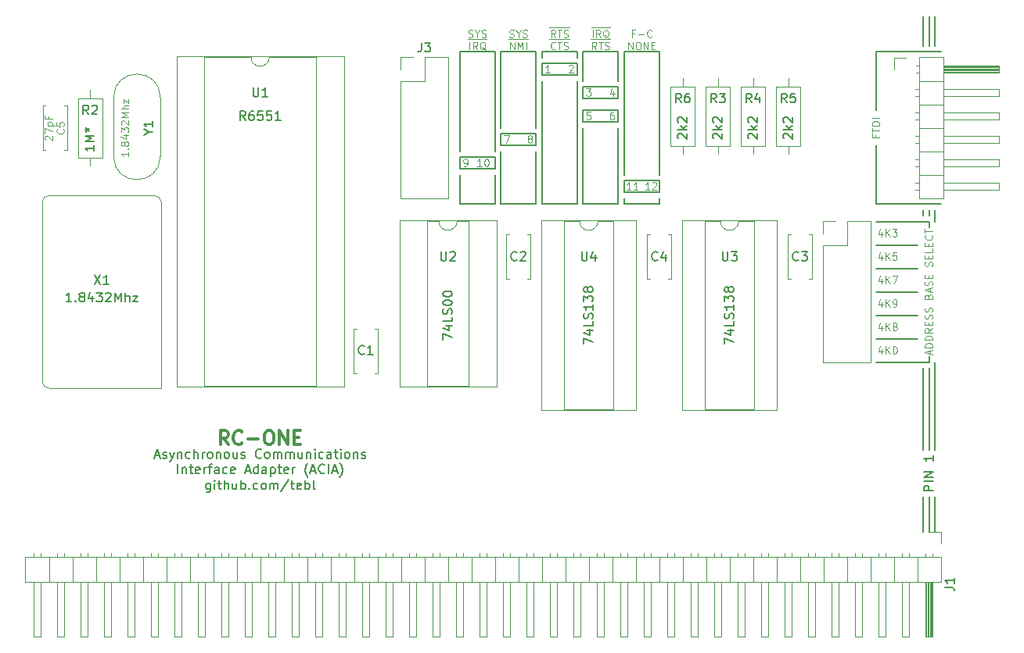
<source format=gto>
G04 #@! TF.GenerationSoftware,KiCad,Pcbnew,(5.1.5)-3*
G04 #@! TF.CreationDate,2020-10-17T22:09:53+02:00*
G04 #@! TF.ProjectId,RC1 ACIA,52433120-4143-4494-912e-6b696361645f,rev?*
G04 #@! TF.SameCoordinates,Original*
G04 #@! TF.FileFunction,Legend,Top*
G04 #@! TF.FilePolarity,Positive*
%FSLAX46Y46*%
G04 Gerber Fmt 4.6, Leading zero omitted, Abs format (unit mm)*
G04 Created by KiCad (PCBNEW (5.1.5)-3) date 2020-10-17 22:09:53*
%MOMM*%
%LPD*%
G04 APERTURE LIST*
%ADD10C,0.100000*%
%ADD11C,0.200000*%
%ADD12C,0.150000*%
%ADD13C,0.300000*%
%ADD14C,0.120000*%
G04 APERTURE END LIST*
D10*
X161144047Y-92002857D02*
X160877380Y-92002857D01*
X160877380Y-92421904D02*
X160877380Y-91621904D01*
X161258333Y-91621904D01*
X161563095Y-92117142D02*
X162172619Y-92117142D01*
X163010714Y-92345714D02*
X162972619Y-92383809D01*
X162858333Y-92421904D01*
X162782142Y-92421904D01*
X162667857Y-92383809D01*
X162591666Y-92307619D01*
X162553571Y-92231428D01*
X162515476Y-92079047D01*
X162515476Y-91964761D01*
X162553571Y-91812380D01*
X162591666Y-91736190D01*
X162667857Y-91660000D01*
X162782142Y-91621904D01*
X162858333Y-91621904D01*
X162972619Y-91660000D01*
X163010714Y-91698095D01*
X160496428Y-93721904D02*
X160496428Y-92921904D01*
X160953571Y-93721904D01*
X160953571Y-92921904D01*
X161486904Y-92921904D02*
X161639285Y-92921904D01*
X161715476Y-92960000D01*
X161791666Y-93036190D01*
X161829761Y-93188571D01*
X161829761Y-93455238D01*
X161791666Y-93607619D01*
X161715476Y-93683809D01*
X161639285Y-93721904D01*
X161486904Y-93721904D01*
X161410714Y-93683809D01*
X161334523Y-93607619D01*
X161296428Y-93455238D01*
X161296428Y-93188571D01*
X161334523Y-93036190D01*
X161410714Y-92960000D01*
X161486904Y-92921904D01*
X162172619Y-93721904D02*
X162172619Y-92921904D01*
X162629761Y-93721904D01*
X162629761Y-92921904D01*
X163010714Y-93302857D02*
X163277380Y-93302857D01*
X163391666Y-93721904D02*
X163010714Y-93721904D01*
X163010714Y-92921904D01*
X163391666Y-92921904D01*
D11*
X163830000Y-110490000D02*
X163830000Y-109855000D01*
X160020000Y-110490000D02*
X163830000Y-110490000D01*
X160020000Y-109855000D02*
X160020000Y-110490000D01*
X160020000Y-107315000D02*
X160020000Y-93980000D01*
X160020000Y-93980000D02*
X163830000Y-93980000D01*
X163830000Y-93980000D02*
X163830000Y-107315000D01*
D10*
X160756619Y-108946904D02*
X160299476Y-108946904D01*
X160528047Y-108946904D02*
X160528047Y-108146904D01*
X160451857Y-108261190D01*
X160375666Y-108337380D01*
X160299476Y-108375476D01*
X161518523Y-108946904D02*
X161061380Y-108946904D01*
X161289952Y-108946904D02*
X161289952Y-108146904D01*
X161213761Y-108261190D01*
X161137571Y-108337380D01*
X161061380Y-108375476D01*
X162788619Y-108946904D02*
X162331476Y-108946904D01*
X162560047Y-108946904D02*
X162560047Y-108146904D01*
X162483857Y-108261190D01*
X162407666Y-108337380D01*
X162331476Y-108375476D01*
X163093380Y-108223095D02*
X163131476Y-108185000D01*
X163207666Y-108146904D01*
X163398142Y-108146904D01*
X163474333Y-108185000D01*
X163512428Y-108223095D01*
X163550523Y-108299285D01*
X163550523Y-108375476D01*
X163512428Y-108489761D01*
X163055285Y-108946904D01*
X163550523Y-108946904D01*
D11*
X163830000Y-107950000D02*
X163830000Y-109220000D01*
X160020000Y-109220000D02*
X160020000Y-107950000D01*
X163830000Y-109220000D02*
X160020000Y-109220000D01*
X160020000Y-107950000D02*
X163830000Y-107950000D01*
X193675000Y-93345000D02*
X193675000Y-90170000D01*
X193040000Y-93345000D02*
X193040000Y-90170000D01*
X192405000Y-93345000D02*
X192405000Y-90170000D01*
X192405000Y-111760000D02*
X192405000Y-111125000D01*
X193040000Y-111760000D02*
X193040000Y-111125000D01*
X193675000Y-112395000D02*
X193675000Y-111125000D01*
X192405000Y-137160000D02*
X192405000Y-128270000D01*
X193040000Y-128270000D02*
X193040000Y-137160000D01*
X193675000Y-137160000D02*
X193675000Y-127635000D01*
X192405000Y-146050000D02*
X192405000Y-142240000D01*
X193040000Y-142240000D02*
X193040000Y-146050000D01*
X193675000Y-146050000D02*
X193675000Y-142240000D01*
D12*
X193492380Y-141580952D02*
X192492380Y-141580952D01*
X192492380Y-141200000D01*
X192540000Y-141104761D01*
X192587619Y-141057142D01*
X192682857Y-141009523D01*
X192825714Y-141009523D01*
X192920952Y-141057142D01*
X192968571Y-141104761D01*
X193016190Y-141200000D01*
X193016190Y-141580952D01*
X193492380Y-140580952D02*
X192492380Y-140580952D01*
X193492380Y-140104761D02*
X192492380Y-140104761D01*
X193492380Y-139533333D01*
X192492380Y-139533333D01*
X193492380Y-137771428D02*
X193492380Y-138342857D01*
X193492380Y-138057142D02*
X192492380Y-138057142D01*
X192635238Y-138152380D01*
X192730476Y-138247619D01*
X192778095Y-138342857D01*
D10*
X156470476Y-91354000D02*
X156851428Y-91354000D01*
X156660952Y-92421904D02*
X156660952Y-91621904D01*
X156851428Y-91354000D02*
X157651428Y-91354000D01*
X157499047Y-92421904D02*
X157232380Y-92040952D01*
X157041904Y-92421904D02*
X157041904Y-91621904D01*
X157346666Y-91621904D01*
X157422857Y-91660000D01*
X157460952Y-91698095D01*
X157499047Y-91774285D01*
X157499047Y-91888571D01*
X157460952Y-91964761D01*
X157422857Y-92002857D01*
X157346666Y-92040952D01*
X157041904Y-92040952D01*
X157651428Y-91354000D02*
X158489523Y-91354000D01*
X158375238Y-92498095D02*
X158299047Y-92460000D01*
X158222857Y-92383809D01*
X158108571Y-92269523D01*
X158032380Y-92231428D01*
X157956190Y-92231428D01*
X157994285Y-92421904D02*
X157918095Y-92383809D01*
X157841904Y-92307619D01*
X157803809Y-92155238D01*
X157803809Y-91888571D01*
X157841904Y-91736190D01*
X157918095Y-91660000D01*
X157994285Y-91621904D01*
X158146666Y-91621904D01*
X158222857Y-91660000D01*
X158299047Y-91736190D01*
X158337142Y-91888571D01*
X158337142Y-92155238D01*
X158299047Y-92307619D01*
X158222857Y-92383809D01*
X158146666Y-92421904D01*
X157994285Y-92421904D01*
X156394285Y-92654000D02*
X157194285Y-92654000D01*
X157041904Y-93721904D02*
X156775238Y-93340952D01*
X156584761Y-93721904D02*
X156584761Y-92921904D01*
X156889523Y-92921904D01*
X156965714Y-92960000D01*
X157003809Y-92998095D01*
X157041904Y-93074285D01*
X157041904Y-93188571D01*
X157003809Y-93264761D01*
X156965714Y-93302857D01*
X156889523Y-93340952D01*
X156584761Y-93340952D01*
X157194285Y-92654000D02*
X157803809Y-92654000D01*
X157270476Y-92921904D02*
X157727619Y-92921904D01*
X157499047Y-93721904D02*
X157499047Y-92921904D01*
X157803809Y-92654000D02*
X158565714Y-92654000D01*
X157956190Y-93683809D02*
X158070476Y-93721904D01*
X158260952Y-93721904D01*
X158337142Y-93683809D01*
X158375238Y-93645714D01*
X158413333Y-93569523D01*
X158413333Y-93493333D01*
X158375238Y-93417142D01*
X158337142Y-93379047D01*
X158260952Y-93340952D01*
X158108571Y-93302857D01*
X158032380Y-93264761D01*
X157994285Y-93226666D01*
X157956190Y-93150476D01*
X157956190Y-93074285D01*
X157994285Y-92998095D01*
X158032380Y-92960000D01*
X158108571Y-92921904D01*
X158299047Y-92921904D01*
X158413333Y-92960000D01*
X151949285Y-91354000D02*
X152749285Y-91354000D01*
X152596904Y-92421904D02*
X152330238Y-92040952D01*
X152139761Y-92421904D02*
X152139761Y-91621904D01*
X152444523Y-91621904D01*
X152520714Y-91660000D01*
X152558809Y-91698095D01*
X152596904Y-91774285D01*
X152596904Y-91888571D01*
X152558809Y-91964761D01*
X152520714Y-92002857D01*
X152444523Y-92040952D01*
X152139761Y-92040952D01*
X152749285Y-91354000D02*
X153358809Y-91354000D01*
X152825476Y-91621904D02*
X153282619Y-91621904D01*
X153054047Y-92421904D02*
X153054047Y-91621904D01*
X153358809Y-91354000D02*
X154120714Y-91354000D01*
X153511190Y-92383809D02*
X153625476Y-92421904D01*
X153815952Y-92421904D01*
X153892142Y-92383809D01*
X153930238Y-92345714D01*
X153968333Y-92269523D01*
X153968333Y-92193333D01*
X153930238Y-92117142D01*
X153892142Y-92079047D01*
X153815952Y-92040952D01*
X153663571Y-92002857D01*
X153587380Y-91964761D01*
X153549285Y-91926666D01*
X153511190Y-91850476D01*
X153511190Y-91774285D01*
X153549285Y-91698095D01*
X153587380Y-91660000D01*
X153663571Y-91621904D01*
X153854047Y-91621904D01*
X153968333Y-91660000D01*
X151949285Y-92654000D02*
X152749285Y-92654000D01*
X152596904Y-93645714D02*
X152558809Y-93683809D01*
X152444523Y-93721904D01*
X152368333Y-93721904D01*
X152254047Y-93683809D01*
X152177857Y-93607619D01*
X152139761Y-93531428D01*
X152101666Y-93379047D01*
X152101666Y-93264761D01*
X152139761Y-93112380D01*
X152177857Y-93036190D01*
X152254047Y-92960000D01*
X152368333Y-92921904D01*
X152444523Y-92921904D01*
X152558809Y-92960000D01*
X152596904Y-92998095D01*
X152749285Y-92654000D02*
X153358809Y-92654000D01*
X152825476Y-92921904D02*
X153282619Y-92921904D01*
X153054047Y-93721904D02*
X153054047Y-92921904D01*
X153358809Y-92654000D02*
X154120714Y-92654000D01*
X153511190Y-93683809D02*
X153625476Y-93721904D01*
X153815952Y-93721904D01*
X153892142Y-93683809D01*
X153930238Y-93645714D01*
X153968333Y-93569523D01*
X153968333Y-93493333D01*
X153930238Y-93417142D01*
X153892142Y-93379047D01*
X153815952Y-93340952D01*
X153663571Y-93302857D01*
X153587380Y-93264761D01*
X153549285Y-93226666D01*
X153511190Y-93150476D01*
X153511190Y-93074285D01*
X153549285Y-92998095D01*
X153587380Y-92960000D01*
X153663571Y-92921904D01*
X153854047Y-92921904D01*
X153968333Y-92960000D01*
X147637619Y-92383809D02*
X147751904Y-92421904D01*
X147942380Y-92421904D01*
X148018571Y-92383809D01*
X148056666Y-92345714D01*
X148094761Y-92269523D01*
X148094761Y-92193333D01*
X148056666Y-92117142D01*
X148018571Y-92079047D01*
X147942380Y-92040952D01*
X147790000Y-92002857D01*
X147713809Y-91964761D01*
X147675714Y-91926666D01*
X147637619Y-91850476D01*
X147637619Y-91774285D01*
X147675714Y-91698095D01*
X147713809Y-91660000D01*
X147790000Y-91621904D01*
X147980476Y-91621904D01*
X148094761Y-91660000D01*
X148590000Y-92040952D02*
X148590000Y-92421904D01*
X148323333Y-91621904D02*
X148590000Y-92040952D01*
X148856666Y-91621904D01*
X149085238Y-92383809D02*
X149199523Y-92421904D01*
X149390000Y-92421904D01*
X149466190Y-92383809D01*
X149504285Y-92345714D01*
X149542380Y-92269523D01*
X149542380Y-92193333D01*
X149504285Y-92117142D01*
X149466190Y-92079047D01*
X149390000Y-92040952D01*
X149237619Y-92002857D01*
X149161428Y-91964761D01*
X149123333Y-91926666D01*
X149085238Y-91850476D01*
X149085238Y-91774285D01*
X149123333Y-91698095D01*
X149161428Y-91660000D01*
X149237619Y-91621904D01*
X149428095Y-91621904D01*
X149542380Y-91660000D01*
X147523333Y-92654000D02*
X148361428Y-92654000D01*
X147713809Y-93721904D02*
X147713809Y-92921904D01*
X148170952Y-93721904D01*
X148170952Y-92921904D01*
X148361428Y-92654000D02*
X149275714Y-92654000D01*
X148551904Y-93721904D02*
X148551904Y-92921904D01*
X148818571Y-93493333D01*
X149085238Y-92921904D01*
X149085238Y-93721904D01*
X149275714Y-92654000D02*
X149656666Y-92654000D01*
X149466190Y-93721904D02*
X149466190Y-92921904D01*
X143192619Y-92383809D02*
X143306904Y-92421904D01*
X143497380Y-92421904D01*
X143573571Y-92383809D01*
X143611666Y-92345714D01*
X143649761Y-92269523D01*
X143649761Y-92193333D01*
X143611666Y-92117142D01*
X143573571Y-92079047D01*
X143497380Y-92040952D01*
X143345000Y-92002857D01*
X143268809Y-91964761D01*
X143230714Y-91926666D01*
X143192619Y-91850476D01*
X143192619Y-91774285D01*
X143230714Y-91698095D01*
X143268809Y-91660000D01*
X143345000Y-91621904D01*
X143535476Y-91621904D01*
X143649761Y-91660000D01*
X144145000Y-92040952D02*
X144145000Y-92421904D01*
X143878333Y-91621904D02*
X144145000Y-92040952D01*
X144411666Y-91621904D01*
X144640238Y-92383809D02*
X144754523Y-92421904D01*
X144945000Y-92421904D01*
X145021190Y-92383809D01*
X145059285Y-92345714D01*
X145097380Y-92269523D01*
X145097380Y-92193333D01*
X145059285Y-92117142D01*
X145021190Y-92079047D01*
X144945000Y-92040952D01*
X144792619Y-92002857D01*
X144716428Y-91964761D01*
X144678333Y-91926666D01*
X144640238Y-91850476D01*
X144640238Y-91774285D01*
X144678333Y-91698095D01*
X144716428Y-91660000D01*
X144792619Y-91621904D01*
X144983095Y-91621904D01*
X145097380Y-91660000D01*
X143135476Y-92654000D02*
X143516428Y-92654000D01*
X143325952Y-93721904D02*
X143325952Y-92921904D01*
X143516428Y-92654000D02*
X144316428Y-92654000D01*
X144164047Y-93721904D02*
X143897380Y-93340952D01*
X143706904Y-93721904D02*
X143706904Y-92921904D01*
X144011666Y-92921904D01*
X144087857Y-92960000D01*
X144125952Y-92998095D01*
X144164047Y-93074285D01*
X144164047Y-93188571D01*
X144125952Y-93264761D01*
X144087857Y-93302857D01*
X144011666Y-93340952D01*
X143706904Y-93340952D01*
X144316428Y-92654000D02*
X145154523Y-92654000D01*
X145040238Y-93798095D02*
X144964047Y-93760000D01*
X144887857Y-93683809D01*
X144773571Y-93569523D01*
X144697380Y-93531428D01*
X144621190Y-93531428D01*
X144659285Y-93721904D02*
X144583095Y-93683809D01*
X144506904Y-93607619D01*
X144468809Y-93455238D01*
X144468809Y-93188571D01*
X144506904Y-93036190D01*
X144583095Y-92960000D01*
X144659285Y-92921904D01*
X144811666Y-92921904D01*
X144887857Y-92960000D01*
X144964047Y-93036190D01*
X145002142Y-93188571D01*
X145002142Y-93455238D01*
X144964047Y-93607619D01*
X144887857Y-93683809D01*
X144811666Y-93721904D01*
X144659285Y-93721904D01*
X154076428Y-95523095D02*
X154114523Y-95485000D01*
X154190714Y-95446904D01*
X154381190Y-95446904D01*
X154457380Y-95485000D01*
X154495476Y-95523095D01*
X154533571Y-95599285D01*
X154533571Y-95675476D01*
X154495476Y-95789761D01*
X154038333Y-96246904D01*
X154533571Y-96246904D01*
X151993571Y-96246904D02*
X151536428Y-96246904D01*
X151765000Y-96246904D02*
X151765000Y-95446904D01*
X151688809Y-95561190D01*
X151612619Y-95637380D01*
X151536428Y-95675476D01*
X158902380Y-98253571D02*
X158902380Y-98786904D01*
X158711904Y-97948809D02*
X158521428Y-98520238D01*
X159016666Y-98520238D01*
X155943333Y-97986904D02*
X156438571Y-97986904D01*
X156171904Y-98291666D01*
X156286190Y-98291666D01*
X156362380Y-98329761D01*
X156400476Y-98367857D01*
X156438571Y-98444047D01*
X156438571Y-98634523D01*
X156400476Y-98710714D01*
X156362380Y-98748809D01*
X156286190Y-98786904D01*
X156057619Y-98786904D01*
X155981428Y-98748809D01*
X155943333Y-98710714D01*
X158902380Y-100526904D02*
X158750000Y-100526904D01*
X158673809Y-100565000D01*
X158635714Y-100603095D01*
X158559523Y-100717380D01*
X158521428Y-100869761D01*
X158521428Y-101174523D01*
X158559523Y-101250714D01*
X158597619Y-101288809D01*
X158673809Y-101326904D01*
X158826190Y-101326904D01*
X158902380Y-101288809D01*
X158940476Y-101250714D01*
X158978571Y-101174523D01*
X158978571Y-100984047D01*
X158940476Y-100907857D01*
X158902380Y-100869761D01*
X158826190Y-100831666D01*
X158673809Y-100831666D01*
X158597619Y-100869761D01*
X158559523Y-100907857D01*
X158521428Y-100984047D01*
X156400476Y-100526904D02*
X156019523Y-100526904D01*
X155981428Y-100907857D01*
X156019523Y-100869761D01*
X156095714Y-100831666D01*
X156286190Y-100831666D01*
X156362380Y-100869761D01*
X156400476Y-100907857D01*
X156438571Y-100984047D01*
X156438571Y-101174523D01*
X156400476Y-101250714D01*
X156362380Y-101288809D01*
X156286190Y-101326904D01*
X156095714Y-101326904D01*
X156019523Y-101288809D01*
X155981428Y-101250714D01*
X149783809Y-103409761D02*
X149707619Y-103371666D01*
X149669523Y-103333571D01*
X149631428Y-103257380D01*
X149631428Y-103219285D01*
X149669523Y-103143095D01*
X149707619Y-103105000D01*
X149783809Y-103066904D01*
X149936190Y-103066904D01*
X150012380Y-103105000D01*
X150050476Y-103143095D01*
X150088571Y-103219285D01*
X150088571Y-103257380D01*
X150050476Y-103333571D01*
X150012380Y-103371666D01*
X149936190Y-103409761D01*
X149783809Y-103409761D01*
X149707619Y-103447857D01*
X149669523Y-103485952D01*
X149631428Y-103562142D01*
X149631428Y-103714523D01*
X149669523Y-103790714D01*
X149707619Y-103828809D01*
X149783809Y-103866904D01*
X149936190Y-103866904D01*
X150012380Y-103828809D01*
X150050476Y-103790714D01*
X150088571Y-103714523D01*
X150088571Y-103562142D01*
X150050476Y-103485952D01*
X150012380Y-103447857D01*
X149936190Y-103409761D01*
X147053333Y-103066904D02*
X147586666Y-103066904D01*
X147243809Y-103866904D01*
D11*
X159385000Y-110490000D02*
X159385000Y-102235000D01*
X155575000Y-110490000D02*
X159385000Y-110490000D01*
X155575000Y-102235000D02*
X155575000Y-110490000D01*
X159385000Y-93980000D02*
X159385000Y-97155000D01*
X155575000Y-93980000D02*
X159385000Y-93980000D01*
X155575000Y-97155000D02*
X155575000Y-93980000D01*
X154940000Y-110490000D02*
X154940000Y-97155000D01*
X151130000Y-110490000D02*
X154940000Y-110490000D01*
X151130000Y-97155000D02*
X151130000Y-110490000D01*
X154940000Y-93980000D02*
X154940000Y-94615000D01*
X151130000Y-93980000D02*
X154940000Y-93980000D01*
X151130000Y-94615000D02*
X151130000Y-93980000D01*
X146050000Y-104775000D02*
X146050000Y-93980000D01*
X142240000Y-104775000D02*
X142240000Y-93980000D01*
X142240000Y-110490000D02*
X142240000Y-107315000D01*
X146050000Y-110490000D02*
X142240000Y-110490000D01*
X146050000Y-107315000D02*
X146050000Y-110490000D01*
X150495000Y-110490000D02*
X150495000Y-104775000D01*
X146685000Y-110490000D02*
X150495000Y-110490000D01*
X146685000Y-104775000D02*
X146685000Y-110490000D01*
X150495000Y-93980000D02*
X150495000Y-102235000D01*
X146685000Y-93980000D02*
X150495000Y-93980000D01*
X146685000Y-102235000D02*
X146685000Y-93980000D01*
X146050000Y-93980000D02*
X142240000Y-93980000D01*
X159385000Y-100330000D02*
X155575000Y-100330000D01*
X159385000Y-101600000D02*
X159385000Y-100330000D01*
X155575000Y-101600000D02*
X159385000Y-101600000D01*
X155575000Y-100330000D02*
X155575000Y-101600000D01*
X159385000Y-97790000D02*
X155575000Y-97790000D01*
X159385000Y-99060000D02*
X159385000Y-97790000D01*
X155575000Y-99060000D02*
X159385000Y-99060000D01*
X155575000Y-97790000D02*
X155575000Y-99060000D01*
X154940000Y-95250000D02*
X151130000Y-95250000D01*
X154940000Y-96520000D02*
X154940000Y-95250000D01*
X151130000Y-96520000D02*
X154940000Y-96520000D01*
X151130000Y-95250000D02*
X151130000Y-96520000D01*
X150495000Y-104140000D02*
X146685000Y-104140000D01*
X150495000Y-102870000D02*
X150495000Y-104140000D01*
X146685000Y-102870000D02*
X150495000Y-102870000D01*
X146685000Y-104140000D02*
X146685000Y-102870000D01*
D10*
X142722619Y-106406904D02*
X142875000Y-106406904D01*
X142951190Y-106368809D01*
X142989285Y-106330714D01*
X143065476Y-106216428D01*
X143103571Y-106064047D01*
X143103571Y-105759285D01*
X143065476Y-105683095D01*
X143027380Y-105645000D01*
X142951190Y-105606904D01*
X142798809Y-105606904D01*
X142722619Y-105645000D01*
X142684523Y-105683095D01*
X142646428Y-105759285D01*
X142646428Y-105949761D01*
X142684523Y-106025952D01*
X142722619Y-106064047D01*
X142798809Y-106102142D01*
X142951190Y-106102142D01*
X143027380Y-106064047D01*
X143065476Y-106025952D01*
X143103571Y-105949761D01*
X144627619Y-106406904D02*
X144170476Y-106406904D01*
X144399047Y-106406904D02*
X144399047Y-105606904D01*
X144322857Y-105721190D01*
X144246666Y-105797380D01*
X144170476Y-105835476D01*
X145122857Y-105606904D02*
X145199047Y-105606904D01*
X145275238Y-105645000D01*
X145313333Y-105683095D01*
X145351428Y-105759285D01*
X145389523Y-105911666D01*
X145389523Y-106102142D01*
X145351428Y-106254523D01*
X145313333Y-106330714D01*
X145275238Y-106368809D01*
X145199047Y-106406904D01*
X145122857Y-106406904D01*
X145046666Y-106368809D01*
X145008571Y-106330714D01*
X144970476Y-106254523D01*
X144932380Y-106102142D01*
X144932380Y-105911666D01*
X144970476Y-105759285D01*
X145008571Y-105683095D01*
X145046666Y-105645000D01*
X145122857Y-105606904D01*
D11*
X146050000Y-106680000D02*
X142240000Y-106680000D01*
X146050000Y-105410000D02*
X146050000Y-106680000D01*
X142240000Y-105410000D02*
X146050000Y-105410000D01*
X142240000Y-105410000D02*
X142240000Y-106680000D01*
X187325000Y-104140000D02*
X187325000Y-110490000D01*
X187325000Y-100330000D02*
X187325000Y-93980000D01*
X187325000Y-93980000D02*
X194310000Y-93980000D01*
X187325000Y-110490000D02*
X194310000Y-110490000D01*
D10*
X187267857Y-103015952D02*
X187267857Y-103282619D01*
X187686904Y-103282619D02*
X186886904Y-103282619D01*
X186886904Y-102901666D01*
X186886904Y-102711190D02*
X186886904Y-102254047D01*
X187686904Y-102482619D02*
X186886904Y-102482619D01*
X187686904Y-101987380D02*
X186886904Y-101987380D01*
X186886904Y-101796904D01*
X186925000Y-101682619D01*
X187001190Y-101606428D01*
X187077380Y-101568333D01*
X187229761Y-101530238D01*
X187344047Y-101530238D01*
X187496428Y-101568333D01*
X187572619Y-101606428D01*
X187648809Y-101682619D01*
X187686904Y-101796904D01*
X187686904Y-101987380D01*
X187686904Y-101187380D02*
X186886904Y-101187380D01*
X187923333Y-126193571D02*
X187923333Y-126726904D01*
X187732857Y-125888809D02*
X187542380Y-126460238D01*
X188037619Y-126460238D01*
X188342380Y-126726904D02*
X188342380Y-125926904D01*
X188799523Y-126726904D02*
X188456666Y-126269761D01*
X188799523Y-125926904D02*
X188342380Y-126384047D01*
X189142380Y-126726904D02*
X189142380Y-125926904D01*
X189332857Y-125926904D01*
X189447142Y-125965000D01*
X189523333Y-126041190D01*
X189561428Y-126117380D01*
X189599523Y-126269761D01*
X189599523Y-126384047D01*
X189561428Y-126536428D01*
X189523333Y-126612619D01*
X189447142Y-126688809D01*
X189332857Y-126726904D01*
X189142380Y-126726904D01*
X187923333Y-123653571D02*
X187923333Y-124186904D01*
X187732857Y-123348809D02*
X187542380Y-123920238D01*
X188037619Y-123920238D01*
X188342380Y-124186904D02*
X188342380Y-123386904D01*
X188799523Y-124186904D02*
X188456666Y-123729761D01*
X188799523Y-123386904D02*
X188342380Y-123844047D01*
X189409047Y-123767857D02*
X189523333Y-123805952D01*
X189561428Y-123844047D01*
X189599523Y-123920238D01*
X189599523Y-124034523D01*
X189561428Y-124110714D01*
X189523333Y-124148809D01*
X189447142Y-124186904D01*
X189142380Y-124186904D01*
X189142380Y-123386904D01*
X189409047Y-123386904D01*
X189485238Y-123425000D01*
X189523333Y-123463095D01*
X189561428Y-123539285D01*
X189561428Y-123615476D01*
X189523333Y-123691666D01*
X189485238Y-123729761D01*
X189409047Y-123767857D01*
X189142380Y-123767857D01*
X187923333Y-121113571D02*
X187923333Y-121646904D01*
X187732857Y-120808809D02*
X187542380Y-121380238D01*
X188037619Y-121380238D01*
X188342380Y-121646904D02*
X188342380Y-120846904D01*
X188799523Y-121646904D02*
X188456666Y-121189761D01*
X188799523Y-120846904D02*
X188342380Y-121304047D01*
X189180476Y-121646904D02*
X189332857Y-121646904D01*
X189409047Y-121608809D01*
X189447142Y-121570714D01*
X189523333Y-121456428D01*
X189561428Y-121304047D01*
X189561428Y-120999285D01*
X189523333Y-120923095D01*
X189485238Y-120885000D01*
X189409047Y-120846904D01*
X189256666Y-120846904D01*
X189180476Y-120885000D01*
X189142380Y-120923095D01*
X189104285Y-120999285D01*
X189104285Y-121189761D01*
X189142380Y-121265952D01*
X189180476Y-121304047D01*
X189256666Y-121342142D01*
X189409047Y-121342142D01*
X189485238Y-121304047D01*
X189523333Y-121265952D01*
X189561428Y-121189761D01*
X187923333Y-118573571D02*
X187923333Y-119106904D01*
X187732857Y-118268809D02*
X187542380Y-118840238D01*
X188037619Y-118840238D01*
X188342380Y-119106904D02*
X188342380Y-118306904D01*
X188799523Y-119106904D02*
X188456666Y-118649761D01*
X188799523Y-118306904D02*
X188342380Y-118764047D01*
X189066190Y-118306904D02*
X189599523Y-118306904D01*
X189256666Y-119106904D01*
X187923333Y-116033571D02*
X187923333Y-116566904D01*
X187732857Y-115728809D02*
X187542380Y-116300238D01*
X188037619Y-116300238D01*
X188342380Y-116566904D02*
X188342380Y-115766904D01*
X188799523Y-116566904D02*
X188456666Y-116109761D01*
X188799523Y-115766904D02*
X188342380Y-116224047D01*
X189523333Y-115766904D02*
X189142380Y-115766904D01*
X189104285Y-116147857D01*
X189142380Y-116109761D01*
X189218571Y-116071666D01*
X189409047Y-116071666D01*
X189485238Y-116109761D01*
X189523333Y-116147857D01*
X189561428Y-116224047D01*
X189561428Y-116414523D01*
X189523333Y-116490714D01*
X189485238Y-116528809D01*
X189409047Y-116566904D01*
X189218571Y-116566904D01*
X189142380Y-116528809D01*
X189104285Y-116490714D01*
X193173333Y-126757857D02*
X193173333Y-126376904D01*
X193401904Y-126834047D02*
X192601904Y-126567380D01*
X193401904Y-126300714D01*
X193401904Y-126034047D02*
X192601904Y-126034047D01*
X192601904Y-125843571D01*
X192640000Y-125729285D01*
X192716190Y-125653095D01*
X192792380Y-125615000D01*
X192944761Y-125576904D01*
X193059047Y-125576904D01*
X193211428Y-125615000D01*
X193287619Y-125653095D01*
X193363809Y-125729285D01*
X193401904Y-125843571D01*
X193401904Y-126034047D01*
X193401904Y-125234047D02*
X192601904Y-125234047D01*
X192601904Y-125043571D01*
X192640000Y-124929285D01*
X192716190Y-124853095D01*
X192792380Y-124815000D01*
X192944761Y-124776904D01*
X193059047Y-124776904D01*
X193211428Y-124815000D01*
X193287619Y-124853095D01*
X193363809Y-124929285D01*
X193401904Y-125043571D01*
X193401904Y-125234047D01*
X193401904Y-123976904D02*
X193020952Y-124243571D01*
X193401904Y-124434047D02*
X192601904Y-124434047D01*
X192601904Y-124129285D01*
X192640000Y-124053095D01*
X192678095Y-124015000D01*
X192754285Y-123976904D01*
X192868571Y-123976904D01*
X192944761Y-124015000D01*
X192982857Y-124053095D01*
X193020952Y-124129285D01*
X193020952Y-124434047D01*
X192982857Y-123634047D02*
X192982857Y-123367380D01*
X193401904Y-123253095D02*
X193401904Y-123634047D01*
X192601904Y-123634047D01*
X192601904Y-123253095D01*
X193363809Y-122948333D02*
X193401904Y-122834047D01*
X193401904Y-122643571D01*
X193363809Y-122567380D01*
X193325714Y-122529285D01*
X193249523Y-122491190D01*
X193173333Y-122491190D01*
X193097142Y-122529285D01*
X193059047Y-122567380D01*
X193020952Y-122643571D01*
X192982857Y-122795952D01*
X192944761Y-122872142D01*
X192906666Y-122910238D01*
X192830476Y-122948333D01*
X192754285Y-122948333D01*
X192678095Y-122910238D01*
X192640000Y-122872142D01*
X192601904Y-122795952D01*
X192601904Y-122605476D01*
X192640000Y-122491190D01*
X193363809Y-122186428D02*
X193401904Y-122072142D01*
X193401904Y-121881666D01*
X193363809Y-121805476D01*
X193325714Y-121767380D01*
X193249523Y-121729285D01*
X193173333Y-121729285D01*
X193097142Y-121767380D01*
X193059047Y-121805476D01*
X193020952Y-121881666D01*
X192982857Y-122034047D01*
X192944761Y-122110238D01*
X192906666Y-122148333D01*
X192830476Y-122186428D01*
X192754285Y-122186428D01*
X192678095Y-122148333D01*
X192640000Y-122110238D01*
X192601904Y-122034047D01*
X192601904Y-121843571D01*
X192640000Y-121729285D01*
X192982857Y-120510238D02*
X193020952Y-120395952D01*
X193059047Y-120357857D01*
X193135238Y-120319761D01*
X193249523Y-120319761D01*
X193325714Y-120357857D01*
X193363809Y-120395952D01*
X193401904Y-120472142D01*
X193401904Y-120776904D01*
X192601904Y-120776904D01*
X192601904Y-120510238D01*
X192640000Y-120434047D01*
X192678095Y-120395952D01*
X192754285Y-120357857D01*
X192830476Y-120357857D01*
X192906666Y-120395952D01*
X192944761Y-120434047D01*
X192982857Y-120510238D01*
X192982857Y-120776904D01*
X193173333Y-120015000D02*
X193173333Y-119634047D01*
X193401904Y-120091190D02*
X192601904Y-119824523D01*
X193401904Y-119557857D01*
X193363809Y-119329285D02*
X193401904Y-119215000D01*
X193401904Y-119024523D01*
X193363809Y-118948333D01*
X193325714Y-118910238D01*
X193249523Y-118872142D01*
X193173333Y-118872142D01*
X193097142Y-118910238D01*
X193059047Y-118948333D01*
X193020952Y-119024523D01*
X192982857Y-119176904D01*
X192944761Y-119253095D01*
X192906666Y-119291190D01*
X192830476Y-119329285D01*
X192754285Y-119329285D01*
X192678095Y-119291190D01*
X192640000Y-119253095D01*
X192601904Y-119176904D01*
X192601904Y-118986428D01*
X192640000Y-118872142D01*
X192982857Y-118529285D02*
X192982857Y-118262619D01*
X193401904Y-118148333D02*
X193401904Y-118529285D01*
X192601904Y-118529285D01*
X192601904Y-118148333D01*
X193363809Y-117234047D02*
X193401904Y-117119761D01*
X193401904Y-116929285D01*
X193363809Y-116853095D01*
X193325714Y-116815000D01*
X193249523Y-116776904D01*
X193173333Y-116776904D01*
X193097142Y-116815000D01*
X193059047Y-116853095D01*
X193020952Y-116929285D01*
X192982857Y-117081666D01*
X192944761Y-117157857D01*
X192906666Y-117195952D01*
X192830476Y-117234047D01*
X192754285Y-117234047D01*
X192678095Y-117195952D01*
X192640000Y-117157857D01*
X192601904Y-117081666D01*
X192601904Y-116891190D01*
X192640000Y-116776904D01*
X192982857Y-116434047D02*
X192982857Y-116167380D01*
X193401904Y-116053095D02*
X193401904Y-116434047D01*
X192601904Y-116434047D01*
X192601904Y-116053095D01*
X193401904Y-115329285D02*
X193401904Y-115710238D01*
X192601904Y-115710238D01*
X192982857Y-115062619D02*
X192982857Y-114795952D01*
X193401904Y-114681666D02*
X193401904Y-115062619D01*
X192601904Y-115062619D01*
X192601904Y-114681666D01*
X193325714Y-113881666D02*
X193363809Y-113919761D01*
X193401904Y-114034047D01*
X193401904Y-114110238D01*
X193363809Y-114224523D01*
X193287619Y-114300714D01*
X193211428Y-114338809D01*
X193059047Y-114376904D01*
X192944761Y-114376904D01*
X192792380Y-114338809D01*
X192716190Y-114300714D01*
X192640000Y-114224523D01*
X192601904Y-114110238D01*
X192601904Y-114034047D01*
X192640000Y-113919761D01*
X192678095Y-113881666D01*
X192601904Y-113653095D02*
X192601904Y-113195952D01*
X193401904Y-113424523D02*
X192601904Y-113424523D01*
D11*
X193040000Y-127635000D02*
X193040000Y-127000000D01*
X187325000Y-127635000D02*
X193040000Y-127635000D01*
X193040000Y-112395000D02*
X193040000Y-113030000D01*
X187325000Y-112395000D02*
X193040000Y-112395000D01*
X187325000Y-125095000D02*
X191770000Y-125095000D01*
X187325000Y-122555000D02*
X191770000Y-122555000D01*
X187325000Y-120015000D02*
X191770000Y-120015000D01*
X187325000Y-117475000D02*
X191770000Y-117475000D01*
X187325000Y-114935000D02*
X191770000Y-114935000D01*
D10*
X187923333Y-113493571D02*
X187923333Y-114026904D01*
X187732857Y-113188809D02*
X187542380Y-113760238D01*
X188037619Y-113760238D01*
X188342380Y-114026904D02*
X188342380Y-113226904D01*
X188799523Y-114026904D02*
X188456666Y-113569761D01*
X188799523Y-113226904D02*
X188342380Y-113684047D01*
X189066190Y-113226904D02*
X189561428Y-113226904D01*
X189294761Y-113531666D01*
X189409047Y-113531666D01*
X189485238Y-113569761D01*
X189523333Y-113607857D01*
X189561428Y-113684047D01*
X189561428Y-113874523D01*
X189523333Y-113950714D01*
X189485238Y-113988809D01*
X189409047Y-114026904D01*
X189180476Y-114026904D01*
X189104285Y-113988809D01*
X189066190Y-113950714D01*
D12*
X115245238Y-140755714D02*
X115245238Y-141565238D01*
X115197619Y-141660476D01*
X115150000Y-141708095D01*
X115054761Y-141755714D01*
X114911904Y-141755714D01*
X114816666Y-141708095D01*
X115245238Y-141374761D02*
X115150000Y-141422380D01*
X114959523Y-141422380D01*
X114864285Y-141374761D01*
X114816666Y-141327142D01*
X114769047Y-141231904D01*
X114769047Y-140946190D01*
X114816666Y-140850952D01*
X114864285Y-140803333D01*
X114959523Y-140755714D01*
X115150000Y-140755714D01*
X115245238Y-140803333D01*
X115721428Y-141422380D02*
X115721428Y-140755714D01*
X115721428Y-140422380D02*
X115673809Y-140470000D01*
X115721428Y-140517619D01*
X115769047Y-140470000D01*
X115721428Y-140422380D01*
X115721428Y-140517619D01*
X116054761Y-140755714D02*
X116435714Y-140755714D01*
X116197619Y-140422380D02*
X116197619Y-141279523D01*
X116245238Y-141374761D01*
X116340476Y-141422380D01*
X116435714Y-141422380D01*
X116769047Y-141422380D02*
X116769047Y-140422380D01*
X117197619Y-141422380D02*
X117197619Y-140898571D01*
X117150000Y-140803333D01*
X117054761Y-140755714D01*
X116911904Y-140755714D01*
X116816666Y-140803333D01*
X116769047Y-140850952D01*
X118102380Y-140755714D02*
X118102380Y-141422380D01*
X117673809Y-140755714D02*
X117673809Y-141279523D01*
X117721428Y-141374761D01*
X117816666Y-141422380D01*
X117959523Y-141422380D01*
X118054761Y-141374761D01*
X118102380Y-141327142D01*
X118578571Y-141422380D02*
X118578571Y-140422380D01*
X118578571Y-140803333D02*
X118673809Y-140755714D01*
X118864285Y-140755714D01*
X118959523Y-140803333D01*
X119007142Y-140850952D01*
X119054761Y-140946190D01*
X119054761Y-141231904D01*
X119007142Y-141327142D01*
X118959523Y-141374761D01*
X118864285Y-141422380D01*
X118673809Y-141422380D01*
X118578571Y-141374761D01*
X119483333Y-141327142D02*
X119530952Y-141374761D01*
X119483333Y-141422380D01*
X119435714Y-141374761D01*
X119483333Y-141327142D01*
X119483333Y-141422380D01*
X120388095Y-141374761D02*
X120292857Y-141422380D01*
X120102380Y-141422380D01*
X120007142Y-141374761D01*
X119959523Y-141327142D01*
X119911904Y-141231904D01*
X119911904Y-140946190D01*
X119959523Y-140850952D01*
X120007142Y-140803333D01*
X120102380Y-140755714D01*
X120292857Y-140755714D01*
X120388095Y-140803333D01*
X120959523Y-141422380D02*
X120864285Y-141374761D01*
X120816666Y-141327142D01*
X120769047Y-141231904D01*
X120769047Y-140946190D01*
X120816666Y-140850952D01*
X120864285Y-140803333D01*
X120959523Y-140755714D01*
X121102380Y-140755714D01*
X121197619Y-140803333D01*
X121245238Y-140850952D01*
X121292857Y-140946190D01*
X121292857Y-141231904D01*
X121245238Y-141327142D01*
X121197619Y-141374761D01*
X121102380Y-141422380D01*
X120959523Y-141422380D01*
X121721428Y-141422380D02*
X121721428Y-140755714D01*
X121721428Y-140850952D02*
X121769047Y-140803333D01*
X121864285Y-140755714D01*
X122007142Y-140755714D01*
X122102380Y-140803333D01*
X122150000Y-140898571D01*
X122150000Y-141422380D01*
X122150000Y-140898571D02*
X122197619Y-140803333D01*
X122292857Y-140755714D01*
X122435714Y-140755714D01*
X122530952Y-140803333D01*
X122578571Y-140898571D01*
X122578571Y-141422380D01*
X123769047Y-140374761D02*
X122911904Y-141660476D01*
X123959523Y-140755714D02*
X124340476Y-140755714D01*
X124102380Y-140422380D02*
X124102380Y-141279523D01*
X124150000Y-141374761D01*
X124245238Y-141422380D01*
X124340476Y-141422380D01*
X125054761Y-141374761D02*
X124959523Y-141422380D01*
X124769047Y-141422380D01*
X124673809Y-141374761D01*
X124626190Y-141279523D01*
X124626190Y-140898571D01*
X124673809Y-140803333D01*
X124769047Y-140755714D01*
X124959523Y-140755714D01*
X125054761Y-140803333D01*
X125102380Y-140898571D01*
X125102380Y-140993809D01*
X124626190Y-141089047D01*
X125530952Y-141422380D02*
X125530952Y-140422380D01*
X125530952Y-140803333D02*
X125626190Y-140755714D01*
X125816666Y-140755714D01*
X125911904Y-140803333D01*
X125959523Y-140850952D01*
X126007142Y-140946190D01*
X126007142Y-141231904D01*
X125959523Y-141327142D01*
X125911904Y-141374761D01*
X125816666Y-141422380D01*
X125626190Y-141422380D01*
X125530952Y-141374761D01*
X126578571Y-141422380D02*
X126483333Y-141374761D01*
X126435714Y-141279523D01*
X126435714Y-140422380D01*
X109245238Y-137771666D02*
X109721428Y-137771666D01*
X109150000Y-138057380D02*
X109483333Y-137057380D01*
X109816666Y-138057380D01*
X110102380Y-138009761D02*
X110197619Y-138057380D01*
X110388095Y-138057380D01*
X110483333Y-138009761D01*
X110530952Y-137914523D01*
X110530952Y-137866904D01*
X110483333Y-137771666D01*
X110388095Y-137724047D01*
X110245238Y-137724047D01*
X110150000Y-137676428D01*
X110102380Y-137581190D01*
X110102380Y-137533571D01*
X110150000Y-137438333D01*
X110245238Y-137390714D01*
X110388095Y-137390714D01*
X110483333Y-137438333D01*
X110864285Y-137390714D02*
X111102380Y-138057380D01*
X111340476Y-137390714D02*
X111102380Y-138057380D01*
X111007142Y-138295476D01*
X110959523Y-138343095D01*
X110864285Y-138390714D01*
X111721428Y-137390714D02*
X111721428Y-138057380D01*
X111721428Y-137485952D02*
X111769047Y-137438333D01*
X111864285Y-137390714D01*
X112007142Y-137390714D01*
X112102380Y-137438333D01*
X112150000Y-137533571D01*
X112150000Y-138057380D01*
X113054761Y-138009761D02*
X112959523Y-138057380D01*
X112769047Y-138057380D01*
X112673809Y-138009761D01*
X112626190Y-137962142D01*
X112578571Y-137866904D01*
X112578571Y-137581190D01*
X112626190Y-137485952D01*
X112673809Y-137438333D01*
X112769047Y-137390714D01*
X112959523Y-137390714D01*
X113054761Y-137438333D01*
X113483333Y-138057380D02*
X113483333Y-137057380D01*
X113911904Y-138057380D02*
X113911904Y-137533571D01*
X113864285Y-137438333D01*
X113769047Y-137390714D01*
X113626190Y-137390714D01*
X113530952Y-137438333D01*
X113483333Y-137485952D01*
X114388095Y-138057380D02*
X114388095Y-137390714D01*
X114388095Y-137581190D02*
X114435714Y-137485952D01*
X114483333Y-137438333D01*
X114578571Y-137390714D01*
X114673809Y-137390714D01*
X115150000Y-138057380D02*
X115054761Y-138009761D01*
X115007142Y-137962142D01*
X114959523Y-137866904D01*
X114959523Y-137581190D01*
X115007142Y-137485952D01*
X115054761Y-137438333D01*
X115150000Y-137390714D01*
X115292857Y-137390714D01*
X115388095Y-137438333D01*
X115435714Y-137485952D01*
X115483333Y-137581190D01*
X115483333Y-137866904D01*
X115435714Y-137962142D01*
X115388095Y-138009761D01*
X115292857Y-138057380D01*
X115150000Y-138057380D01*
X115911904Y-137390714D02*
X115911904Y-138057380D01*
X115911904Y-137485952D02*
X115959523Y-137438333D01*
X116054761Y-137390714D01*
X116197619Y-137390714D01*
X116292857Y-137438333D01*
X116340476Y-137533571D01*
X116340476Y-138057380D01*
X116959523Y-138057380D02*
X116864285Y-138009761D01*
X116816666Y-137962142D01*
X116769047Y-137866904D01*
X116769047Y-137581190D01*
X116816666Y-137485952D01*
X116864285Y-137438333D01*
X116959523Y-137390714D01*
X117102380Y-137390714D01*
X117197619Y-137438333D01*
X117245238Y-137485952D01*
X117292857Y-137581190D01*
X117292857Y-137866904D01*
X117245238Y-137962142D01*
X117197619Y-138009761D01*
X117102380Y-138057380D01*
X116959523Y-138057380D01*
X118150000Y-137390714D02*
X118150000Y-138057380D01*
X117721428Y-137390714D02*
X117721428Y-137914523D01*
X117769047Y-138009761D01*
X117864285Y-138057380D01*
X118007142Y-138057380D01*
X118102380Y-138009761D01*
X118150000Y-137962142D01*
X118578571Y-138009761D02*
X118673809Y-138057380D01*
X118864285Y-138057380D01*
X118959523Y-138009761D01*
X119007142Y-137914523D01*
X119007142Y-137866904D01*
X118959523Y-137771666D01*
X118864285Y-137724047D01*
X118721428Y-137724047D01*
X118626190Y-137676428D01*
X118578571Y-137581190D01*
X118578571Y-137533571D01*
X118626190Y-137438333D01*
X118721428Y-137390714D01*
X118864285Y-137390714D01*
X118959523Y-137438333D01*
X120769047Y-137962142D02*
X120721428Y-138009761D01*
X120578571Y-138057380D01*
X120483333Y-138057380D01*
X120340476Y-138009761D01*
X120245238Y-137914523D01*
X120197619Y-137819285D01*
X120150000Y-137628809D01*
X120150000Y-137485952D01*
X120197619Y-137295476D01*
X120245238Y-137200238D01*
X120340476Y-137105000D01*
X120483333Y-137057380D01*
X120578571Y-137057380D01*
X120721428Y-137105000D01*
X120769047Y-137152619D01*
X121340476Y-138057380D02*
X121245238Y-138009761D01*
X121197619Y-137962142D01*
X121150000Y-137866904D01*
X121150000Y-137581190D01*
X121197619Y-137485952D01*
X121245238Y-137438333D01*
X121340476Y-137390714D01*
X121483333Y-137390714D01*
X121578571Y-137438333D01*
X121626190Y-137485952D01*
X121673809Y-137581190D01*
X121673809Y-137866904D01*
X121626190Y-137962142D01*
X121578571Y-138009761D01*
X121483333Y-138057380D01*
X121340476Y-138057380D01*
X122102380Y-138057380D02*
X122102380Y-137390714D01*
X122102380Y-137485952D02*
X122150000Y-137438333D01*
X122245238Y-137390714D01*
X122388095Y-137390714D01*
X122483333Y-137438333D01*
X122530952Y-137533571D01*
X122530952Y-138057380D01*
X122530952Y-137533571D02*
X122578571Y-137438333D01*
X122673809Y-137390714D01*
X122816666Y-137390714D01*
X122911904Y-137438333D01*
X122959523Y-137533571D01*
X122959523Y-138057380D01*
X123435714Y-138057380D02*
X123435714Y-137390714D01*
X123435714Y-137485952D02*
X123483333Y-137438333D01*
X123578571Y-137390714D01*
X123721428Y-137390714D01*
X123816666Y-137438333D01*
X123864285Y-137533571D01*
X123864285Y-138057380D01*
X123864285Y-137533571D02*
X123911904Y-137438333D01*
X124007142Y-137390714D01*
X124150000Y-137390714D01*
X124245238Y-137438333D01*
X124292857Y-137533571D01*
X124292857Y-138057380D01*
X125197619Y-137390714D02*
X125197619Y-138057380D01*
X124769047Y-137390714D02*
X124769047Y-137914523D01*
X124816666Y-138009761D01*
X124911904Y-138057380D01*
X125054761Y-138057380D01*
X125150000Y-138009761D01*
X125197619Y-137962142D01*
X125673809Y-137390714D02*
X125673809Y-138057380D01*
X125673809Y-137485952D02*
X125721428Y-137438333D01*
X125816666Y-137390714D01*
X125959523Y-137390714D01*
X126054761Y-137438333D01*
X126102380Y-137533571D01*
X126102380Y-138057380D01*
X126578571Y-138057380D02*
X126578571Y-137390714D01*
X126578571Y-137057380D02*
X126530952Y-137105000D01*
X126578571Y-137152619D01*
X126626190Y-137105000D01*
X126578571Y-137057380D01*
X126578571Y-137152619D01*
X127483333Y-138009761D02*
X127388095Y-138057380D01*
X127197619Y-138057380D01*
X127102380Y-138009761D01*
X127054761Y-137962142D01*
X127007142Y-137866904D01*
X127007142Y-137581190D01*
X127054761Y-137485952D01*
X127102380Y-137438333D01*
X127197619Y-137390714D01*
X127388095Y-137390714D01*
X127483333Y-137438333D01*
X128340476Y-138057380D02*
X128340476Y-137533571D01*
X128292857Y-137438333D01*
X128197619Y-137390714D01*
X128007142Y-137390714D01*
X127911904Y-137438333D01*
X128340476Y-138009761D02*
X128245238Y-138057380D01*
X128007142Y-138057380D01*
X127911904Y-138009761D01*
X127864285Y-137914523D01*
X127864285Y-137819285D01*
X127911904Y-137724047D01*
X128007142Y-137676428D01*
X128245238Y-137676428D01*
X128340476Y-137628809D01*
X128673809Y-137390714D02*
X129054761Y-137390714D01*
X128816666Y-137057380D02*
X128816666Y-137914523D01*
X128864285Y-138009761D01*
X128959523Y-138057380D01*
X129054761Y-138057380D01*
X129388095Y-138057380D02*
X129388095Y-137390714D01*
X129388095Y-137057380D02*
X129340476Y-137105000D01*
X129388095Y-137152619D01*
X129435714Y-137105000D01*
X129388095Y-137057380D01*
X129388095Y-137152619D01*
X130007142Y-138057380D02*
X129911904Y-138009761D01*
X129864285Y-137962142D01*
X129816666Y-137866904D01*
X129816666Y-137581190D01*
X129864285Y-137485952D01*
X129911904Y-137438333D01*
X130007142Y-137390714D01*
X130150000Y-137390714D01*
X130245238Y-137438333D01*
X130292857Y-137485952D01*
X130340476Y-137581190D01*
X130340476Y-137866904D01*
X130292857Y-137962142D01*
X130245238Y-138009761D01*
X130150000Y-138057380D01*
X130007142Y-138057380D01*
X130769047Y-137390714D02*
X130769047Y-138057380D01*
X130769047Y-137485952D02*
X130816666Y-137438333D01*
X130911904Y-137390714D01*
X131054761Y-137390714D01*
X131150000Y-137438333D01*
X131197619Y-137533571D01*
X131197619Y-138057380D01*
X131626190Y-138009761D02*
X131721428Y-138057380D01*
X131911904Y-138057380D01*
X132007142Y-138009761D01*
X132054761Y-137914523D01*
X132054761Y-137866904D01*
X132007142Y-137771666D01*
X131911904Y-137724047D01*
X131769047Y-137724047D01*
X131673809Y-137676428D01*
X131626190Y-137581190D01*
X131626190Y-137533571D01*
X131673809Y-137438333D01*
X131769047Y-137390714D01*
X131911904Y-137390714D01*
X132007142Y-137438333D01*
X111745238Y-139707380D02*
X111745238Y-138707380D01*
X112221428Y-139040714D02*
X112221428Y-139707380D01*
X112221428Y-139135952D02*
X112269047Y-139088333D01*
X112364285Y-139040714D01*
X112507142Y-139040714D01*
X112602380Y-139088333D01*
X112650000Y-139183571D01*
X112650000Y-139707380D01*
X112983333Y-139040714D02*
X113364285Y-139040714D01*
X113126190Y-138707380D02*
X113126190Y-139564523D01*
X113173809Y-139659761D01*
X113269047Y-139707380D01*
X113364285Y-139707380D01*
X114078571Y-139659761D02*
X113983333Y-139707380D01*
X113792857Y-139707380D01*
X113697619Y-139659761D01*
X113650000Y-139564523D01*
X113650000Y-139183571D01*
X113697619Y-139088333D01*
X113792857Y-139040714D01*
X113983333Y-139040714D01*
X114078571Y-139088333D01*
X114126190Y-139183571D01*
X114126190Y-139278809D01*
X113650000Y-139374047D01*
X114554761Y-139707380D02*
X114554761Y-139040714D01*
X114554761Y-139231190D02*
X114602380Y-139135952D01*
X114650000Y-139088333D01*
X114745238Y-139040714D01*
X114840476Y-139040714D01*
X115030952Y-139040714D02*
X115411904Y-139040714D01*
X115173809Y-139707380D02*
X115173809Y-138850238D01*
X115221428Y-138755000D01*
X115316666Y-138707380D01*
X115411904Y-138707380D01*
X116173809Y-139707380D02*
X116173809Y-139183571D01*
X116126190Y-139088333D01*
X116030952Y-139040714D01*
X115840476Y-139040714D01*
X115745238Y-139088333D01*
X116173809Y-139659761D02*
X116078571Y-139707380D01*
X115840476Y-139707380D01*
X115745238Y-139659761D01*
X115697619Y-139564523D01*
X115697619Y-139469285D01*
X115745238Y-139374047D01*
X115840476Y-139326428D01*
X116078571Y-139326428D01*
X116173809Y-139278809D01*
X117078571Y-139659761D02*
X116983333Y-139707380D01*
X116792857Y-139707380D01*
X116697619Y-139659761D01*
X116650000Y-139612142D01*
X116602380Y-139516904D01*
X116602380Y-139231190D01*
X116650000Y-139135952D01*
X116697619Y-139088333D01*
X116792857Y-139040714D01*
X116983333Y-139040714D01*
X117078571Y-139088333D01*
X117888095Y-139659761D02*
X117792857Y-139707380D01*
X117602380Y-139707380D01*
X117507142Y-139659761D01*
X117459523Y-139564523D01*
X117459523Y-139183571D01*
X117507142Y-139088333D01*
X117602380Y-139040714D01*
X117792857Y-139040714D01*
X117888095Y-139088333D01*
X117935714Y-139183571D01*
X117935714Y-139278809D01*
X117459523Y-139374047D01*
X119078571Y-139421666D02*
X119554761Y-139421666D01*
X118983333Y-139707380D02*
X119316666Y-138707380D01*
X119650000Y-139707380D01*
X120411904Y-139707380D02*
X120411904Y-138707380D01*
X120411904Y-139659761D02*
X120316666Y-139707380D01*
X120126190Y-139707380D01*
X120030952Y-139659761D01*
X119983333Y-139612142D01*
X119935714Y-139516904D01*
X119935714Y-139231190D01*
X119983333Y-139135952D01*
X120030952Y-139088333D01*
X120126190Y-139040714D01*
X120316666Y-139040714D01*
X120411904Y-139088333D01*
X121316666Y-139707380D02*
X121316666Y-139183571D01*
X121269047Y-139088333D01*
X121173809Y-139040714D01*
X120983333Y-139040714D01*
X120888095Y-139088333D01*
X121316666Y-139659761D02*
X121221428Y-139707380D01*
X120983333Y-139707380D01*
X120888095Y-139659761D01*
X120840476Y-139564523D01*
X120840476Y-139469285D01*
X120888095Y-139374047D01*
X120983333Y-139326428D01*
X121221428Y-139326428D01*
X121316666Y-139278809D01*
X121792857Y-139040714D02*
X121792857Y-140040714D01*
X121792857Y-139088333D02*
X121888095Y-139040714D01*
X122078571Y-139040714D01*
X122173809Y-139088333D01*
X122221428Y-139135952D01*
X122269047Y-139231190D01*
X122269047Y-139516904D01*
X122221428Y-139612142D01*
X122173809Y-139659761D01*
X122078571Y-139707380D01*
X121888095Y-139707380D01*
X121792857Y-139659761D01*
X122554761Y-139040714D02*
X122935714Y-139040714D01*
X122697619Y-138707380D02*
X122697619Y-139564523D01*
X122745238Y-139659761D01*
X122840476Y-139707380D01*
X122935714Y-139707380D01*
X123650000Y-139659761D02*
X123554761Y-139707380D01*
X123364285Y-139707380D01*
X123269047Y-139659761D01*
X123221428Y-139564523D01*
X123221428Y-139183571D01*
X123269047Y-139088333D01*
X123364285Y-139040714D01*
X123554761Y-139040714D01*
X123650000Y-139088333D01*
X123697619Y-139183571D01*
X123697619Y-139278809D01*
X123221428Y-139374047D01*
X124126190Y-139707380D02*
X124126190Y-139040714D01*
X124126190Y-139231190D02*
X124173809Y-139135952D01*
X124221428Y-139088333D01*
X124316666Y-139040714D01*
X124411904Y-139040714D01*
X125792857Y-140088333D02*
X125745238Y-140040714D01*
X125650000Y-139897857D01*
X125602380Y-139802619D01*
X125554761Y-139659761D01*
X125507142Y-139421666D01*
X125507142Y-139231190D01*
X125554761Y-138993095D01*
X125602380Y-138850238D01*
X125650000Y-138755000D01*
X125745238Y-138612142D01*
X125792857Y-138564523D01*
X126126190Y-139421666D02*
X126602380Y-139421666D01*
X126030952Y-139707380D02*
X126364285Y-138707380D01*
X126697619Y-139707380D01*
X127602380Y-139612142D02*
X127554761Y-139659761D01*
X127411904Y-139707380D01*
X127316666Y-139707380D01*
X127173809Y-139659761D01*
X127078571Y-139564523D01*
X127030952Y-139469285D01*
X126983333Y-139278809D01*
X126983333Y-139135952D01*
X127030952Y-138945476D01*
X127078571Y-138850238D01*
X127173809Y-138755000D01*
X127316666Y-138707380D01*
X127411904Y-138707380D01*
X127554761Y-138755000D01*
X127602380Y-138802619D01*
X128030952Y-139707380D02*
X128030952Y-138707380D01*
X128459523Y-139421666D02*
X128935714Y-139421666D01*
X128364285Y-139707380D02*
X128697619Y-138707380D01*
X129030952Y-139707380D01*
X129269047Y-140088333D02*
X129316666Y-140040714D01*
X129411904Y-139897857D01*
X129459523Y-139802619D01*
X129507142Y-139659761D01*
X129554761Y-139421666D01*
X129554761Y-139231190D01*
X129507142Y-138993095D01*
X129459523Y-138850238D01*
X129411904Y-138755000D01*
X129316666Y-138612142D01*
X129269047Y-138564523D01*
D13*
X117185714Y-136568571D02*
X116685714Y-135854285D01*
X116328571Y-136568571D02*
X116328571Y-135068571D01*
X116900000Y-135068571D01*
X117042857Y-135140000D01*
X117114285Y-135211428D01*
X117185714Y-135354285D01*
X117185714Y-135568571D01*
X117114285Y-135711428D01*
X117042857Y-135782857D01*
X116900000Y-135854285D01*
X116328571Y-135854285D01*
X118685714Y-136425714D02*
X118614285Y-136497142D01*
X118400000Y-136568571D01*
X118257142Y-136568571D01*
X118042857Y-136497142D01*
X117900000Y-136354285D01*
X117828571Y-136211428D01*
X117757142Y-135925714D01*
X117757142Y-135711428D01*
X117828571Y-135425714D01*
X117900000Y-135282857D01*
X118042857Y-135140000D01*
X118257142Y-135068571D01*
X118400000Y-135068571D01*
X118614285Y-135140000D01*
X118685714Y-135211428D01*
X119328571Y-135997142D02*
X120471428Y-135997142D01*
X121471428Y-135068571D02*
X121757142Y-135068571D01*
X121900000Y-135140000D01*
X122042857Y-135282857D01*
X122114285Y-135568571D01*
X122114285Y-136068571D01*
X122042857Y-136354285D01*
X121900000Y-136497142D01*
X121757142Y-136568571D01*
X121471428Y-136568571D01*
X121328571Y-136497142D01*
X121185714Y-136354285D01*
X121114285Y-136068571D01*
X121114285Y-135568571D01*
X121185714Y-135282857D01*
X121328571Y-135140000D01*
X121471428Y-135068571D01*
X122757142Y-136568571D02*
X122757142Y-135068571D01*
X123614285Y-136568571D01*
X123614285Y-135068571D01*
X124328571Y-135782857D02*
X124828571Y-135782857D01*
X125042857Y-136568571D02*
X124328571Y-136568571D01*
X124328571Y-135068571D01*
X125042857Y-135068571D01*
D14*
X99735000Y-99785000D02*
X99735000Y-104605000D01*
X97115000Y-99785000D02*
X97115000Y-104605000D01*
X99735000Y-99785000D02*
X99421000Y-99785000D01*
X97429000Y-99785000D02*
X97115000Y-99785000D01*
X99735000Y-104605000D02*
X99421000Y-104605000D01*
X97429000Y-104605000D02*
X97115000Y-104605000D01*
X194370000Y-148760000D02*
X95190000Y-148760000D01*
X95190000Y-148760000D02*
X95190000Y-151420000D01*
X95190000Y-151420000D02*
X194370000Y-151420000D01*
X194370000Y-151420000D02*
X194370000Y-148760000D01*
X193420000Y-151420000D02*
X193420000Y-157420000D01*
X193420000Y-157420000D02*
X192660000Y-157420000D01*
X192660000Y-157420000D02*
X192660000Y-151420000D01*
X193360000Y-151420000D02*
X193360000Y-157420000D01*
X193240000Y-151420000D02*
X193240000Y-157420000D01*
X193120000Y-151420000D02*
X193120000Y-157420000D01*
X193000000Y-151420000D02*
X193000000Y-157420000D01*
X192880000Y-151420000D02*
X192880000Y-157420000D01*
X192760000Y-151420000D02*
X192760000Y-157420000D01*
X193420000Y-148430000D02*
X193420000Y-148760000D01*
X192660000Y-148430000D02*
X192660000Y-148760000D01*
X191770000Y-148760000D02*
X191770000Y-151420000D01*
X190880000Y-151420000D02*
X190880000Y-157420000D01*
X190880000Y-157420000D02*
X190120000Y-157420000D01*
X190120000Y-157420000D02*
X190120000Y-151420000D01*
X190880000Y-148362929D02*
X190880000Y-148760000D01*
X190120000Y-148362929D02*
X190120000Y-148760000D01*
X189230000Y-148760000D02*
X189230000Y-151420000D01*
X188340000Y-151420000D02*
X188340000Y-157420000D01*
X188340000Y-157420000D02*
X187580000Y-157420000D01*
X187580000Y-157420000D02*
X187580000Y-151420000D01*
X188340000Y-148362929D02*
X188340000Y-148760000D01*
X187580000Y-148362929D02*
X187580000Y-148760000D01*
X186690000Y-148760000D02*
X186690000Y-151420000D01*
X185800000Y-151420000D02*
X185800000Y-157420000D01*
X185800000Y-157420000D02*
X185040000Y-157420000D01*
X185040000Y-157420000D02*
X185040000Y-151420000D01*
X185800000Y-148362929D02*
X185800000Y-148760000D01*
X185040000Y-148362929D02*
X185040000Y-148760000D01*
X184150000Y-148760000D02*
X184150000Y-151420000D01*
X183260000Y-151420000D02*
X183260000Y-157420000D01*
X183260000Y-157420000D02*
X182500000Y-157420000D01*
X182500000Y-157420000D02*
X182500000Y-151420000D01*
X183260000Y-148362929D02*
X183260000Y-148760000D01*
X182500000Y-148362929D02*
X182500000Y-148760000D01*
X181610000Y-148760000D02*
X181610000Y-151420000D01*
X180720000Y-151420000D02*
X180720000Y-157420000D01*
X180720000Y-157420000D02*
X179960000Y-157420000D01*
X179960000Y-157420000D02*
X179960000Y-151420000D01*
X180720000Y-148362929D02*
X180720000Y-148760000D01*
X179960000Y-148362929D02*
X179960000Y-148760000D01*
X179070000Y-148760000D02*
X179070000Y-151420000D01*
X178180000Y-151420000D02*
X178180000Y-157420000D01*
X178180000Y-157420000D02*
X177420000Y-157420000D01*
X177420000Y-157420000D02*
X177420000Y-151420000D01*
X178180000Y-148362929D02*
X178180000Y-148760000D01*
X177420000Y-148362929D02*
X177420000Y-148760000D01*
X176530000Y-148760000D02*
X176530000Y-151420000D01*
X175640000Y-151420000D02*
X175640000Y-157420000D01*
X175640000Y-157420000D02*
X174880000Y-157420000D01*
X174880000Y-157420000D02*
X174880000Y-151420000D01*
X175640000Y-148362929D02*
X175640000Y-148760000D01*
X174880000Y-148362929D02*
X174880000Y-148760000D01*
X173990000Y-148760000D02*
X173990000Y-151420000D01*
X173100000Y-151420000D02*
X173100000Y-157420000D01*
X173100000Y-157420000D02*
X172340000Y-157420000D01*
X172340000Y-157420000D02*
X172340000Y-151420000D01*
X173100000Y-148362929D02*
X173100000Y-148760000D01*
X172340000Y-148362929D02*
X172340000Y-148760000D01*
X171450000Y-148760000D02*
X171450000Y-151420000D01*
X170560000Y-151420000D02*
X170560000Y-157420000D01*
X170560000Y-157420000D02*
X169800000Y-157420000D01*
X169800000Y-157420000D02*
X169800000Y-151420000D01*
X170560000Y-148362929D02*
X170560000Y-148760000D01*
X169800000Y-148362929D02*
X169800000Y-148760000D01*
X168910000Y-148760000D02*
X168910000Y-151420000D01*
X168020000Y-151420000D02*
X168020000Y-157420000D01*
X168020000Y-157420000D02*
X167260000Y-157420000D01*
X167260000Y-157420000D02*
X167260000Y-151420000D01*
X168020000Y-148362929D02*
X168020000Y-148760000D01*
X167260000Y-148362929D02*
X167260000Y-148760000D01*
X166370000Y-148760000D02*
X166370000Y-151420000D01*
X165480000Y-151420000D02*
X165480000Y-157420000D01*
X165480000Y-157420000D02*
X164720000Y-157420000D01*
X164720000Y-157420000D02*
X164720000Y-151420000D01*
X165480000Y-148362929D02*
X165480000Y-148760000D01*
X164720000Y-148362929D02*
X164720000Y-148760000D01*
X163830000Y-148760000D02*
X163830000Y-151420000D01*
X162940000Y-151420000D02*
X162940000Y-157420000D01*
X162940000Y-157420000D02*
X162180000Y-157420000D01*
X162180000Y-157420000D02*
X162180000Y-151420000D01*
X162940000Y-148362929D02*
X162940000Y-148760000D01*
X162180000Y-148362929D02*
X162180000Y-148760000D01*
X161290000Y-148760000D02*
X161290000Y-151420000D01*
X160400000Y-151420000D02*
X160400000Y-157420000D01*
X160400000Y-157420000D02*
X159640000Y-157420000D01*
X159640000Y-157420000D02*
X159640000Y-151420000D01*
X160400000Y-148362929D02*
X160400000Y-148760000D01*
X159640000Y-148362929D02*
X159640000Y-148760000D01*
X158750000Y-148760000D02*
X158750000Y-151420000D01*
X157860000Y-151420000D02*
X157860000Y-157420000D01*
X157860000Y-157420000D02*
X157100000Y-157420000D01*
X157100000Y-157420000D02*
X157100000Y-151420000D01*
X157860000Y-148362929D02*
X157860000Y-148760000D01*
X157100000Y-148362929D02*
X157100000Y-148760000D01*
X156210000Y-148760000D02*
X156210000Y-151420000D01*
X155320000Y-151420000D02*
X155320000Y-157420000D01*
X155320000Y-157420000D02*
X154560000Y-157420000D01*
X154560000Y-157420000D02*
X154560000Y-151420000D01*
X155320000Y-148362929D02*
X155320000Y-148760000D01*
X154560000Y-148362929D02*
X154560000Y-148760000D01*
X153670000Y-148760000D02*
X153670000Y-151420000D01*
X152780000Y-151420000D02*
X152780000Y-157420000D01*
X152780000Y-157420000D02*
X152020000Y-157420000D01*
X152020000Y-157420000D02*
X152020000Y-151420000D01*
X152780000Y-148362929D02*
X152780000Y-148760000D01*
X152020000Y-148362929D02*
X152020000Y-148760000D01*
X151130000Y-148760000D02*
X151130000Y-151420000D01*
X150240000Y-151420000D02*
X150240000Y-157420000D01*
X150240000Y-157420000D02*
X149480000Y-157420000D01*
X149480000Y-157420000D02*
X149480000Y-151420000D01*
X150240000Y-148362929D02*
X150240000Y-148760000D01*
X149480000Y-148362929D02*
X149480000Y-148760000D01*
X148590000Y-148760000D02*
X148590000Y-151420000D01*
X147700000Y-151420000D02*
X147700000Y-157420000D01*
X147700000Y-157420000D02*
X146940000Y-157420000D01*
X146940000Y-157420000D02*
X146940000Y-151420000D01*
X147700000Y-148362929D02*
X147700000Y-148760000D01*
X146940000Y-148362929D02*
X146940000Y-148760000D01*
X146050000Y-148760000D02*
X146050000Y-151420000D01*
X145160000Y-151420000D02*
X145160000Y-157420000D01*
X145160000Y-157420000D02*
X144400000Y-157420000D01*
X144400000Y-157420000D02*
X144400000Y-151420000D01*
X145160000Y-148362929D02*
X145160000Y-148760000D01*
X144400000Y-148362929D02*
X144400000Y-148760000D01*
X143510000Y-148760000D02*
X143510000Y-151420000D01*
X142620000Y-151420000D02*
X142620000Y-157420000D01*
X142620000Y-157420000D02*
X141860000Y-157420000D01*
X141860000Y-157420000D02*
X141860000Y-151420000D01*
X142620000Y-148362929D02*
X142620000Y-148760000D01*
X141860000Y-148362929D02*
X141860000Y-148760000D01*
X140970000Y-148760000D02*
X140970000Y-151420000D01*
X140080000Y-151420000D02*
X140080000Y-157420000D01*
X140080000Y-157420000D02*
X139320000Y-157420000D01*
X139320000Y-157420000D02*
X139320000Y-151420000D01*
X140080000Y-148362929D02*
X140080000Y-148760000D01*
X139320000Y-148362929D02*
X139320000Y-148760000D01*
X138430000Y-148760000D02*
X138430000Y-151420000D01*
X137540000Y-151420000D02*
X137540000Y-157420000D01*
X137540000Y-157420000D02*
X136780000Y-157420000D01*
X136780000Y-157420000D02*
X136780000Y-151420000D01*
X137540000Y-148362929D02*
X137540000Y-148760000D01*
X136780000Y-148362929D02*
X136780000Y-148760000D01*
X135890000Y-148760000D02*
X135890000Y-151420000D01*
X135000000Y-151420000D02*
X135000000Y-157420000D01*
X135000000Y-157420000D02*
X134240000Y-157420000D01*
X134240000Y-157420000D02*
X134240000Y-151420000D01*
X135000000Y-148362929D02*
X135000000Y-148760000D01*
X134240000Y-148362929D02*
X134240000Y-148760000D01*
X133350000Y-148760000D02*
X133350000Y-151420000D01*
X132460000Y-151420000D02*
X132460000Y-157420000D01*
X132460000Y-157420000D02*
X131700000Y-157420000D01*
X131700000Y-157420000D02*
X131700000Y-151420000D01*
X132460000Y-148362929D02*
X132460000Y-148760000D01*
X131700000Y-148362929D02*
X131700000Y-148760000D01*
X130810000Y-148760000D02*
X130810000Y-151420000D01*
X129920000Y-151420000D02*
X129920000Y-157420000D01*
X129920000Y-157420000D02*
X129160000Y-157420000D01*
X129160000Y-157420000D02*
X129160000Y-151420000D01*
X129920000Y-148362929D02*
X129920000Y-148760000D01*
X129160000Y-148362929D02*
X129160000Y-148760000D01*
X128270000Y-148760000D02*
X128270000Y-151420000D01*
X127380000Y-151420000D02*
X127380000Y-157420000D01*
X127380000Y-157420000D02*
X126620000Y-157420000D01*
X126620000Y-157420000D02*
X126620000Y-151420000D01*
X127380000Y-148362929D02*
X127380000Y-148760000D01*
X126620000Y-148362929D02*
X126620000Y-148760000D01*
X125730000Y-148760000D02*
X125730000Y-151420000D01*
X124840000Y-151420000D02*
X124840000Y-157420000D01*
X124840000Y-157420000D02*
X124080000Y-157420000D01*
X124080000Y-157420000D02*
X124080000Y-151420000D01*
X124840000Y-148362929D02*
X124840000Y-148760000D01*
X124080000Y-148362929D02*
X124080000Y-148760000D01*
X123190000Y-148760000D02*
X123190000Y-151420000D01*
X122300000Y-151420000D02*
X122300000Y-157420000D01*
X122300000Y-157420000D02*
X121540000Y-157420000D01*
X121540000Y-157420000D02*
X121540000Y-151420000D01*
X122300000Y-148362929D02*
X122300000Y-148760000D01*
X121540000Y-148362929D02*
X121540000Y-148760000D01*
X120650000Y-148760000D02*
X120650000Y-151420000D01*
X119760000Y-151420000D02*
X119760000Y-157420000D01*
X119760000Y-157420000D02*
X119000000Y-157420000D01*
X119000000Y-157420000D02*
X119000000Y-151420000D01*
X119760000Y-148362929D02*
X119760000Y-148760000D01*
X119000000Y-148362929D02*
X119000000Y-148760000D01*
X118110000Y-148760000D02*
X118110000Y-151420000D01*
X117220000Y-151420000D02*
X117220000Y-157420000D01*
X117220000Y-157420000D02*
X116460000Y-157420000D01*
X116460000Y-157420000D02*
X116460000Y-151420000D01*
X117220000Y-148362929D02*
X117220000Y-148760000D01*
X116460000Y-148362929D02*
X116460000Y-148760000D01*
X115570000Y-148760000D02*
X115570000Y-151420000D01*
X114680000Y-151420000D02*
X114680000Y-157420000D01*
X114680000Y-157420000D02*
X113920000Y-157420000D01*
X113920000Y-157420000D02*
X113920000Y-151420000D01*
X114680000Y-148362929D02*
X114680000Y-148760000D01*
X113920000Y-148362929D02*
X113920000Y-148760000D01*
X113030000Y-148760000D02*
X113030000Y-151420000D01*
X112140000Y-151420000D02*
X112140000Y-157420000D01*
X112140000Y-157420000D02*
X111380000Y-157420000D01*
X111380000Y-157420000D02*
X111380000Y-151420000D01*
X112140000Y-148362929D02*
X112140000Y-148760000D01*
X111380000Y-148362929D02*
X111380000Y-148760000D01*
X110490000Y-148760000D02*
X110490000Y-151420000D01*
X109600000Y-151420000D02*
X109600000Y-157420000D01*
X109600000Y-157420000D02*
X108840000Y-157420000D01*
X108840000Y-157420000D02*
X108840000Y-151420000D01*
X109600000Y-148362929D02*
X109600000Y-148760000D01*
X108840000Y-148362929D02*
X108840000Y-148760000D01*
X107950000Y-148760000D02*
X107950000Y-151420000D01*
X107060000Y-151420000D02*
X107060000Y-157420000D01*
X107060000Y-157420000D02*
X106300000Y-157420000D01*
X106300000Y-157420000D02*
X106300000Y-151420000D01*
X107060000Y-148362929D02*
X107060000Y-148760000D01*
X106300000Y-148362929D02*
X106300000Y-148760000D01*
X105410000Y-148760000D02*
X105410000Y-151420000D01*
X104520000Y-151420000D02*
X104520000Y-157420000D01*
X104520000Y-157420000D02*
X103760000Y-157420000D01*
X103760000Y-157420000D02*
X103760000Y-151420000D01*
X104520000Y-148362929D02*
X104520000Y-148760000D01*
X103760000Y-148362929D02*
X103760000Y-148760000D01*
X102870000Y-148760000D02*
X102870000Y-151420000D01*
X101980000Y-151420000D02*
X101980000Y-157420000D01*
X101980000Y-157420000D02*
X101220000Y-157420000D01*
X101220000Y-157420000D02*
X101220000Y-151420000D01*
X101980000Y-148362929D02*
X101980000Y-148760000D01*
X101220000Y-148362929D02*
X101220000Y-148760000D01*
X100330000Y-148760000D02*
X100330000Y-151420000D01*
X99440000Y-151420000D02*
X99440000Y-157420000D01*
X99440000Y-157420000D02*
X98680000Y-157420000D01*
X98680000Y-157420000D02*
X98680000Y-151420000D01*
X99440000Y-148362929D02*
X99440000Y-148760000D01*
X98680000Y-148362929D02*
X98680000Y-148760000D01*
X97790000Y-148760000D02*
X97790000Y-151420000D01*
X96900000Y-151420000D02*
X96900000Y-157420000D01*
X96900000Y-157420000D02*
X96140000Y-157420000D01*
X96140000Y-157420000D02*
X96140000Y-151420000D01*
X96900000Y-148362929D02*
X96900000Y-148760000D01*
X96140000Y-148362929D02*
X96140000Y-148760000D01*
X193040000Y-146050000D02*
X194310000Y-146050000D01*
X194310000Y-146050000D02*
X194310000Y-147320000D01*
X172450000Y-112335000D02*
G75*
G02X170450000Y-112335000I-1000000J0D01*
G01*
X170450000Y-112335000D02*
X168800000Y-112335000D01*
X168800000Y-112335000D02*
X168800000Y-132775000D01*
X168800000Y-132775000D02*
X174100000Y-132775000D01*
X174100000Y-132775000D02*
X174100000Y-112335000D01*
X174100000Y-112335000D02*
X172450000Y-112335000D01*
X166310000Y-112275000D02*
X166310000Y-132835000D01*
X166310000Y-132835000D02*
X176590000Y-132835000D01*
X176590000Y-132835000D02*
X176590000Y-112275000D01*
X176590000Y-112275000D02*
X166310000Y-112275000D01*
X157210000Y-112335000D02*
G75*
G02X155210000Y-112335000I-1000000J0D01*
G01*
X155210000Y-112335000D02*
X153560000Y-112335000D01*
X153560000Y-112335000D02*
X153560000Y-132775000D01*
X153560000Y-132775000D02*
X158860000Y-132775000D01*
X158860000Y-132775000D02*
X158860000Y-112335000D01*
X158860000Y-112335000D02*
X157210000Y-112335000D01*
X151070000Y-112275000D02*
X151070000Y-132835000D01*
X151070000Y-132835000D02*
X161350000Y-132835000D01*
X161350000Y-132835000D02*
X161350000Y-112275000D01*
X161350000Y-112275000D02*
X151070000Y-112275000D01*
X181550000Y-127695000D02*
X186750000Y-127695000D01*
X181550000Y-114935000D02*
X181550000Y-127695000D01*
X186750000Y-112335000D02*
X186750000Y-127695000D01*
X181550000Y-114935000D02*
X184150000Y-114935000D01*
X184150000Y-114935000D02*
X184150000Y-112335000D01*
X184150000Y-112335000D02*
X186750000Y-112335000D01*
X181550000Y-113665000D02*
X181550000Y-112335000D01*
X181550000Y-112335000D02*
X182880000Y-112335000D01*
X130770000Y-128815000D02*
X130770000Y-123995000D01*
X133390000Y-128815000D02*
X133390000Y-123995000D01*
X130770000Y-128815000D02*
X131084000Y-128815000D01*
X133076000Y-128815000D02*
X133390000Y-128815000D01*
X130770000Y-123995000D02*
X131084000Y-123995000D01*
X133076000Y-123995000D02*
X133390000Y-123995000D01*
X180380000Y-113755000D02*
X180380000Y-118575000D01*
X177760000Y-113755000D02*
X177760000Y-118575000D01*
X180380000Y-113755000D02*
X180066000Y-113755000D01*
X178074000Y-113755000D02*
X177760000Y-113755000D01*
X180380000Y-118575000D02*
X180066000Y-118575000D01*
X178074000Y-118575000D02*
X177760000Y-118575000D01*
X149900000Y-113755000D02*
X149900000Y-118575000D01*
X147280000Y-113755000D02*
X147280000Y-118575000D01*
X149900000Y-113755000D02*
X149586000Y-113755000D01*
X147594000Y-113755000D02*
X147280000Y-113755000D01*
X149900000Y-118575000D02*
X149586000Y-118575000D01*
X147594000Y-118575000D02*
X147280000Y-118575000D01*
X165140000Y-113755000D02*
X165140000Y-118575000D01*
X162520000Y-113755000D02*
X162520000Y-118575000D01*
X165140000Y-113755000D02*
X164826000Y-113755000D01*
X162834000Y-113755000D02*
X162520000Y-113755000D01*
X165140000Y-118575000D02*
X164826000Y-118575000D01*
X162834000Y-118575000D02*
X162520000Y-118575000D01*
X97805000Y-130465000D02*
X109955000Y-130465000D01*
X97055000Y-110315000D02*
X97055000Y-129715000D01*
X109205000Y-109565000D02*
X97805000Y-109565000D01*
X109955000Y-130465000D02*
X109955000Y-110315000D01*
X109955000Y-110315000D02*
G75*
G03X109205000Y-109565000I-750000J0D01*
G01*
X97805000Y-109565000D02*
G75*
G03X97055000Y-110315000I0J-750000D01*
G01*
X97055000Y-129715000D02*
G75*
G03X97805000Y-130465000I750000J0D01*
G01*
X191940000Y-94555000D02*
X191940000Y-109915000D01*
X191940000Y-109915000D02*
X194600000Y-109915000D01*
X194600000Y-109915000D02*
X194600000Y-94555000D01*
X194600000Y-94555000D02*
X191940000Y-94555000D01*
X194600000Y-95505000D02*
X200600000Y-95505000D01*
X200600000Y-95505000D02*
X200600000Y-96265000D01*
X200600000Y-96265000D02*
X194600000Y-96265000D01*
X194600000Y-95565000D02*
X200600000Y-95565000D01*
X194600000Y-95685000D02*
X200600000Y-95685000D01*
X194600000Y-95805000D02*
X200600000Y-95805000D01*
X194600000Y-95925000D02*
X200600000Y-95925000D01*
X194600000Y-96045000D02*
X200600000Y-96045000D01*
X194600000Y-96165000D02*
X200600000Y-96165000D01*
X191610000Y-95505000D02*
X191940000Y-95505000D01*
X191610000Y-96265000D02*
X191940000Y-96265000D01*
X191940000Y-97155000D02*
X194600000Y-97155000D01*
X194600000Y-98045000D02*
X200600000Y-98045000D01*
X200600000Y-98045000D02*
X200600000Y-98805000D01*
X200600000Y-98805000D02*
X194600000Y-98805000D01*
X191542929Y-98045000D02*
X191940000Y-98045000D01*
X191542929Y-98805000D02*
X191940000Y-98805000D01*
X191940000Y-99695000D02*
X194600000Y-99695000D01*
X194600000Y-100585000D02*
X200600000Y-100585000D01*
X200600000Y-100585000D02*
X200600000Y-101345000D01*
X200600000Y-101345000D02*
X194600000Y-101345000D01*
X191542929Y-100585000D02*
X191940000Y-100585000D01*
X191542929Y-101345000D02*
X191940000Y-101345000D01*
X191940000Y-102235000D02*
X194600000Y-102235000D01*
X194600000Y-103125000D02*
X200600000Y-103125000D01*
X200600000Y-103125000D02*
X200600000Y-103885000D01*
X200600000Y-103885000D02*
X194600000Y-103885000D01*
X191542929Y-103125000D02*
X191940000Y-103125000D01*
X191542929Y-103885000D02*
X191940000Y-103885000D01*
X191940000Y-104775000D02*
X194600000Y-104775000D01*
X194600000Y-105665000D02*
X200600000Y-105665000D01*
X200600000Y-105665000D02*
X200600000Y-106425000D01*
X200600000Y-106425000D02*
X194600000Y-106425000D01*
X191542929Y-105665000D02*
X191940000Y-105665000D01*
X191542929Y-106425000D02*
X191940000Y-106425000D01*
X191940000Y-107315000D02*
X194600000Y-107315000D01*
X194600000Y-108205000D02*
X200600000Y-108205000D01*
X200600000Y-108205000D02*
X200600000Y-108965000D01*
X200600000Y-108965000D02*
X194600000Y-108965000D01*
X191542929Y-108205000D02*
X191940000Y-108205000D01*
X191542929Y-108965000D02*
X191940000Y-108965000D01*
X189230000Y-95885000D02*
X189230000Y-94615000D01*
X189230000Y-94615000D02*
X190500000Y-94615000D01*
X103545000Y-99025000D02*
X100925000Y-99025000D01*
X100925000Y-99025000D02*
X100925000Y-105445000D01*
X100925000Y-105445000D02*
X103545000Y-105445000D01*
X103545000Y-105445000D02*
X103545000Y-99025000D01*
X102235000Y-98135000D02*
X102235000Y-99025000D01*
X102235000Y-106335000D02*
X102235000Y-105445000D01*
X172680000Y-104175000D02*
X175300000Y-104175000D01*
X175300000Y-104175000D02*
X175300000Y-97755000D01*
X175300000Y-97755000D02*
X172680000Y-97755000D01*
X172680000Y-97755000D02*
X172680000Y-104175000D01*
X173990000Y-105065000D02*
X173990000Y-104175000D01*
X173990000Y-96865000D02*
X173990000Y-97755000D01*
X176490000Y-104175000D02*
X179110000Y-104175000D01*
X179110000Y-104175000D02*
X179110000Y-97755000D01*
X179110000Y-97755000D02*
X176490000Y-97755000D01*
X176490000Y-97755000D02*
X176490000Y-104175000D01*
X177800000Y-105065000D02*
X177800000Y-104175000D01*
X177800000Y-96865000D02*
X177800000Y-97755000D01*
X165060000Y-104175000D02*
X167680000Y-104175000D01*
X167680000Y-104175000D02*
X167680000Y-97755000D01*
X167680000Y-97755000D02*
X165060000Y-97755000D01*
X165060000Y-97755000D02*
X165060000Y-104175000D01*
X166370000Y-105065000D02*
X166370000Y-104175000D01*
X166370000Y-96865000D02*
X166370000Y-97755000D01*
X121650000Y-94555000D02*
G75*
G02X119650000Y-94555000I-1000000J0D01*
G01*
X119650000Y-94555000D02*
X114590000Y-94555000D01*
X114590000Y-94555000D02*
X114590000Y-130235000D01*
X114590000Y-130235000D02*
X126710000Y-130235000D01*
X126710000Y-130235000D02*
X126710000Y-94555000D01*
X126710000Y-94555000D02*
X121650000Y-94555000D01*
X111590000Y-94495000D02*
X111590000Y-130295000D01*
X111590000Y-130295000D02*
X129710000Y-130295000D01*
X129710000Y-130295000D02*
X129710000Y-94495000D01*
X129710000Y-94495000D02*
X111590000Y-94495000D01*
X141970000Y-112335000D02*
G75*
G02X139970000Y-112335000I-1000000J0D01*
G01*
X139970000Y-112335000D02*
X138720000Y-112335000D01*
X138720000Y-112335000D02*
X138720000Y-130235000D01*
X138720000Y-130235000D02*
X143220000Y-130235000D01*
X143220000Y-130235000D02*
X143220000Y-112335000D01*
X143220000Y-112335000D02*
X141970000Y-112335000D01*
X135720000Y-112275000D02*
X135720000Y-130295000D01*
X135720000Y-130295000D02*
X146220000Y-130295000D01*
X146220000Y-130295000D02*
X146220000Y-112275000D01*
X146220000Y-112275000D02*
X135720000Y-112275000D01*
X109840000Y-98935000D02*
X109840000Y-105335000D01*
X104790000Y-98935000D02*
X104790000Y-105335000D01*
X104790000Y-98935000D02*
G75*
G02X109840000Y-98935000I2525000J0D01*
G01*
X104790000Y-105335000D02*
G75*
G03X109840000Y-105335000I2525000J0D01*
G01*
X135830000Y-94555000D02*
X137160000Y-94555000D01*
X135830000Y-95885000D02*
X135830000Y-94555000D01*
X138430000Y-94555000D02*
X141030000Y-94555000D01*
X138430000Y-97155000D02*
X138430000Y-94555000D01*
X135830000Y-97155000D02*
X138430000Y-97155000D01*
X141030000Y-94555000D02*
X141030000Y-109915000D01*
X135830000Y-97155000D02*
X135830000Y-109915000D01*
X135830000Y-109915000D02*
X141030000Y-109915000D01*
X170180000Y-96865000D02*
X170180000Y-97755000D01*
X170180000Y-105065000D02*
X170180000Y-104175000D01*
X168870000Y-97755000D02*
X168870000Y-104175000D01*
X171490000Y-97755000D02*
X168870000Y-97755000D01*
X171490000Y-104175000D02*
X171490000Y-97755000D01*
X168870000Y-104175000D02*
X171490000Y-104175000D01*
D10*
X99345714Y-102368333D02*
X99383809Y-102406428D01*
X99421904Y-102520714D01*
X99421904Y-102596904D01*
X99383809Y-102711190D01*
X99307619Y-102787380D01*
X99231428Y-102825476D01*
X99079047Y-102863571D01*
X98964761Y-102863571D01*
X98812380Y-102825476D01*
X98736190Y-102787380D01*
X98660000Y-102711190D01*
X98621904Y-102596904D01*
X98621904Y-102520714D01*
X98660000Y-102406428D01*
X98698095Y-102368333D01*
X98621904Y-101644523D02*
X98621904Y-102025476D01*
X99002857Y-102063571D01*
X98964761Y-102025476D01*
X98926666Y-101949285D01*
X98926666Y-101758809D01*
X98964761Y-101682619D01*
X99002857Y-101644523D01*
X99079047Y-101606428D01*
X99269523Y-101606428D01*
X99345714Y-101644523D01*
X99383809Y-101682619D01*
X99421904Y-101758809D01*
X99421904Y-101949285D01*
X99383809Y-102025476D01*
X99345714Y-102063571D01*
X97428095Y-103549285D02*
X97390000Y-103511190D01*
X97351904Y-103435000D01*
X97351904Y-103244523D01*
X97390000Y-103168333D01*
X97428095Y-103130238D01*
X97504285Y-103092142D01*
X97580476Y-103092142D01*
X97694761Y-103130238D01*
X98151904Y-103587380D01*
X98151904Y-103092142D01*
X97351904Y-102825476D02*
X97351904Y-102292142D01*
X98151904Y-102635000D01*
X97618571Y-101987380D02*
X98418571Y-101987380D01*
X97656666Y-101987380D02*
X97618571Y-101911190D01*
X97618571Y-101758809D01*
X97656666Y-101682619D01*
X97694761Y-101644523D01*
X97770952Y-101606428D01*
X97999523Y-101606428D01*
X98075714Y-101644523D01*
X98113809Y-101682619D01*
X98151904Y-101758809D01*
X98151904Y-101911190D01*
X98113809Y-101987380D01*
X97732857Y-100996904D02*
X97732857Y-101263571D01*
X98151904Y-101263571D02*
X97351904Y-101263571D01*
X97351904Y-100882619D01*
D12*
X194762380Y-152038333D02*
X195476666Y-152038333D01*
X195619523Y-152085952D01*
X195714761Y-152181190D01*
X195762380Y-152324047D01*
X195762380Y-152419285D01*
X195762380Y-151038333D02*
X195762380Y-151609761D01*
X195762380Y-151324047D02*
X194762380Y-151324047D01*
X194905238Y-151419285D01*
X195000476Y-151514523D01*
X195048095Y-151609761D01*
X170688095Y-115657380D02*
X170688095Y-116466904D01*
X170735714Y-116562142D01*
X170783333Y-116609761D01*
X170878571Y-116657380D01*
X171069047Y-116657380D01*
X171164285Y-116609761D01*
X171211904Y-116562142D01*
X171259523Y-116466904D01*
X171259523Y-115657380D01*
X171640476Y-115657380D02*
X172259523Y-115657380D01*
X171926190Y-116038333D01*
X172069047Y-116038333D01*
X172164285Y-116085952D01*
X172211904Y-116133571D01*
X172259523Y-116228809D01*
X172259523Y-116466904D01*
X172211904Y-116562142D01*
X172164285Y-116609761D01*
X172069047Y-116657380D01*
X171783333Y-116657380D01*
X171688095Y-116609761D01*
X171640476Y-116562142D01*
X170902380Y-125674047D02*
X170902380Y-125007380D01*
X171902380Y-125435952D01*
X171235714Y-124197857D02*
X171902380Y-124197857D01*
X170854761Y-124435952D02*
X171569047Y-124674047D01*
X171569047Y-124055000D01*
X171902380Y-123197857D02*
X171902380Y-123674047D01*
X170902380Y-123674047D01*
X171854761Y-122912142D02*
X171902380Y-122769285D01*
X171902380Y-122531190D01*
X171854761Y-122435952D01*
X171807142Y-122388333D01*
X171711904Y-122340714D01*
X171616666Y-122340714D01*
X171521428Y-122388333D01*
X171473809Y-122435952D01*
X171426190Y-122531190D01*
X171378571Y-122721666D01*
X171330952Y-122816904D01*
X171283333Y-122864523D01*
X171188095Y-122912142D01*
X171092857Y-122912142D01*
X170997619Y-122864523D01*
X170950000Y-122816904D01*
X170902380Y-122721666D01*
X170902380Y-122483571D01*
X170950000Y-122340714D01*
X171902380Y-121388333D02*
X171902380Y-121959761D01*
X171902380Y-121674047D02*
X170902380Y-121674047D01*
X171045238Y-121769285D01*
X171140476Y-121864523D01*
X171188095Y-121959761D01*
X170902380Y-121055000D02*
X170902380Y-120435952D01*
X171283333Y-120769285D01*
X171283333Y-120626428D01*
X171330952Y-120531190D01*
X171378571Y-120483571D01*
X171473809Y-120435952D01*
X171711904Y-120435952D01*
X171807142Y-120483571D01*
X171854761Y-120531190D01*
X171902380Y-120626428D01*
X171902380Y-120912142D01*
X171854761Y-121007380D01*
X171807142Y-121055000D01*
X171330952Y-119864523D02*
X171283333Y-119959761D01*
X171235714Y-120007380D01*
X171140476Y-120055000D01*
X171092857Y-120055000D01*
X170997619Y-120007380D01*
X170950000Y-119959761D01*
X170902380Y-119864523D01*
X170902380Y-119674047D01*
X170950000Y-119578809D01*
X170997619Y-119531190D01*
X171092857Y-119483571D01*
X171140476Y-119483571D01*
X171235714Y-119531190D01*
X171283333Y-119578809D01*
X171330952Y-119674047D01*
X171330952Y-119864523D01*
X171378571Y-119959761D01*
X171426190Y-120007380D01*
X171521428Y-120055000D01*
X171711904Y-120055000D01*
X171807142Y-120007380D01*
X171854761Y-119959761D01*
X171902380Y-119864523D01*
X171902380Y-119674047D01*
X171854761Y-119578809D01*
X171807142Y-119531190D01*
X171711904Y-119483571D01*
X171521428Y-119483571D01*
X171426190Y-119531190D01*
X171378571Y-119578809D01*
X171330952Y-119674047D01*
X155448095Y-115657380D02*
X155448095Y-116466904D01*
X155495714Y-116562142D01*
X155543333Y-116609761D01*
X155638571Y-116657380D01*
X155829047Y-116657380D01*
X155924285Y-116609761D01*
X155971904Y-116562142D01*
X156019523Y-116466904D01*
X156019523Y-115657380D01*
X156924285Y-115990714D02*
X156924285Y-116657380D01*
X156686190Y-115609761D02*
X156448095Y-116324047D01*
X157067142Y-116324047D01*
X155662380Y-125674047D02*
X155662380Y-125007380D01*
X156662380Y-125435952D01*
X155995714Y-124197857D02*
X156662380Y-124197857D01*
X155614761Y-124435952D02*
X156329047Y-124674047D01*
X156329047Y-124055000D01*
X156662380Y-123197857D02*
X156662380Y-123674047D01*
X155662380Y-123674047D01*
X156614761Y-122912142D02*
X156662380Y-122769285D01*
X156662380Y-122531190D01*
X156614761Y-122435952D01*
X156567142Y-122388333D01*
X156471904Y-122340714D01*
X156376666Y-122340714D01*
X156281428Y-122388333D01*
X156233809Y-122435952D01*
X156186190Y-122531190D01*
X156138571Y-122721666D01*
X156090952Y-122816904D01*
X156043333Y-122864523D01*
X155948095Y-122912142D01*
X155852857Y-122912142D01*
X155757619Y-122864523D01*
X155710000Y-122816904D01*
X155662380Y-122721666D01*
X155662380Y-122483571D01*
X155710000Y-122340714D01*
X156662380Y-121388333D02*
X156662380Y-121959761D01*
X156662380Y-121674047D02*
X155662380Y-121674047D01*
X155805238Y-121769285D01*
X155900476Y-121864523D01*
X155948095Y-121959761D01*
X155662380Y-121055000D02*
X155662380Y-120435952D01*
X156043333Y-120769285D01*
X156043333Y-120626428D01*
X156090952Y-120531190D01*
X156138571Y-120483571D01*
X156233809Y-120435952D01*
X156471904Y-120435952D01*
X156567142Y-120483571D01*
X156614761Y-120531190D01*
X156662380Y-120626428D01*
X156662380Y-120912142D01*
X156614761Y-121007380D01*
X156567142Y-121055000D01*
X156090952Y-119864523D02*
X156043333Y-119959761D01*
X155995714Y-120007380D01*
X155900476Y-120055000D01*
X155852857Y-120055000D01*
X155757619Y-120007380D01*
X155710000Y-119959761D01*
X155662380Y-119864523D01*
X155662380Y-119674047D01*
X155710000Y-119578809D01*
X155757619Y-119531190D01*
X155852857Y-119483571D01*
X155900476Y-119483571D01*
X155995714Y-119531190D01*
X156043333Y-119578809D01*
X156090952Y-119674047D01*
X156090952Y-119864523D01*
X156138571Y-119959761D01*
X156186190Y-120007380D01*
X156281428Y-120055000D01*
X156471904Y-120055000D01*
X156567142Y-120007380D01*
X156614761Y-119959761D01*
X156662380Y-119864523D01*
X156662380Y-119674047D01*
X156614761Y-119578809D01*
X156567142Y-119531190D01*
X156471904Y-119483571D01*
X156281428Y-119483571D01*
X156186190Y-119531190D01*
X156138571Y-119578809D01*
X156090952Y-119674047D01*
X131913333Y-126722142D02*
X131865714Y-126769761D01*
X131722857Y-126817380D01*
X131627619Y-126817380D01*
X131484761Y-126769761D01*
X131389523Y-126674523D01*
X131341904Y-126579285D01*
X131294285Y-126388809D01*
X131294285Y-126245952D01*
X131341904Y-126055476D01*
X131389523Y-125960238D01*
X131484761Y-125865000D01*
X131627619Y-125817380D01*
X131722857Y-125817380D01*
X131865714Y-125865000D01*
X131913333Y-125912619D01*
X132865714Y-126817380D02*
X132294285Y-126817380D01*
X132580000Y-126817380D02*
X132580000Y-125817380D01*
X132484761Y-125960238D01*
X132389523Y-126055476D01*
X132294285Y-126103095D01*
X178903333Y-116562142D02*
X178855714Y-116609761D01*
X178712857Y-116657380D01*
X178617619Y-116657380D01*
X178474761Y-116609761D01*
X178379523Y-116514523D01*
X178331904Y-116419285D01*
X178284285Y-116228809D01*
X178284285Y-116085952D01*
X178331904Y-115895476D01*
X178379523Y-115800238D01*
X178474761Y-115705000D01*
X178617619Y-115657380D01*
X178712857Y-115657380D01*
X178855714Y-115705000D01*
X178903333Y-115752619D01*
X179236666Y-115657380D02*
X179855714Y-115657380D01*
X179522380Y-116038333D01*
X179665238Y-116038333D01*
X179760476Y-116085952D01*
X179808095Y-116133571D01*
X179855714Y-116228809D01*
X179855714Y-116466904D01*
X179808095Y-116562142D01*
X179760476Y-116609761D01*
X179665238Y-116657380D01*
X179379523Y-116657380D01*
X179284285Y-116609761D01*
X179236666Y-116562142D01*
X148423333Y-116562142D02*
X148375714Y-116609761D01*
X148232857Y-116657380D01*
X148137619Y-116657380D01*
X147994761Y-116609761D01*
X147899523Y-116514523D01*
X147851904Y-116419285D01*
X147804285Y-116228809D01*
X147804285Y-116085952D01*
X147851904Y-115895476D01*
X147899523Y-115800238D01*
X147994761Y-115705000D01*
X148137619Y-115657380D01*
X148232857Y-115657380D01*
X148375714Y-115705000D01*
X148423333Y-115752619D01*
X148804285Y-115752619D02*
X148851904Y-115705000D01*
X148947142Y-115657380D01*
X149185238Y-115657380D01*
X149280476Y-115705000D01*
X149328095Y-115752619D01*
X149375714Y-115847857D01*
X149375714Y-115943095D01*
X149328095Y-116085952D01*
X148756666Y-116657380D01*
X149375714Y-116657380D01*
X163663333Y-116562142D02*
X163615714Y-116609761D01*
X163472857Y-116657380D01*
X163377619Y-116657380D01*
X163234761Y-116609761D01*
X163139523Y-116514523D01*
X163091904Y-116419285D01*
X163044285Y-116228809D01*
X163044285Y-116085952D01*
X163091904Y-115895476D01*
X163139523Y-115800238D01*
X163234761Y-115705000D01*
X163377619Y-115657380D01*
X163472857Y-115657380D01*
X163615714Y-115705000D01*
X163663333Y-115752619D01*
X164520476Y-115990714D02*
X164520476Y-116657380D01*
X164282380Y-115609761D02*
X164044285Y-116324047D01*
X164663333Y-116324047D01*
X102695476Y-118197380D02*
X103362142Y-119197380D01*
X103362142Y-118197380D02*
X102695476Y-119197380D01*
X104266904Y-119197380D02*
X103695476Y-119197380D01*
X103981190Y-119197380D02*
X103981190Y-118197380D01*
X103885952Y-118340238D01*
X103790714Y-118435476D01*
X103695476Y-118483095D01*
X100219285Y-121102380D02*
X99647857Y-121102380D01*
X99933571Y-121102380D02*
X99933571Y-120102380D01*
X99838333Y-120245238D01*
X99743095Y-120340476D01*
X99647857Y-120388095D01*
X100647857Y-121007142D02*
X100695476Y-121054761D01*
X100647857Y-121102380D01*
X100600238Y-121054761D01*
X100647857Y-121007142D01*
X100647857Y-121102380D01*
X101266904Y-120530952D02*
X101171666Y-120483333D01*
X101124047Y-120435714D01*
X101076428Y-120340476D01*
X101076428Y-120292857D01*
X101124047Y-120197619D01*
X101171666Y-120150000D01*
X101266904Y-120102380D01*
X101457380Y-120102380D01*
X101552619Y-120150000D01*
X101600238Y-120197619D01*
X101647857Y-120292857D01*
X101647857Y-120340476D01*
X101600238Y-120435714D01*
X101552619Y-120483333D01*
X101457380Y-120530952D01*
X101266904Y-120530952D01*
X101171666Y-120578571D01*
X101124047Y-120626190D01*
X101076428Y-120721428D01*
X101076428Y-120911904D01*
X101124047Y-121007142D01*
X101171666Y-121054761D01*
X101266904Y-121102380D01*
X101457380Y-121102380D01*
X101552619Y-121054761D01*
X101600238Y-121007142D01*
X101647857Y-120911904D01*
X101647857Y-120721428D01*
X101600238Y-120626190D01*
X101552619Y-120578571D01*
X101457380Y-120530952D01*
X102505000Y-120435714D02*
X102505000Y-121102380D01*
X102266904Y-120054761D02*
X102028809Y-120769047D01*
X102647857Y-120769047D01*
X102933571Y-120102380D02*
X103552619Y-120102380D01*
X103219285Y-120483333D01*
X103362142Y-120483333D01*
X103457380Y-120530952D01*
X103505000Y-120578571D01*
X103552619Y-120673809D01*
X103552619Y-120911904D01*
X103505000Y-121007142D01*
X103457380Y-121054761D01*
X103362142Y-121102380D01*
X103076428Y-121102380D01*
X102981190Y-121054761D01*
X102933571Y-121007142D01*
X103933571Y-120197619D02*
X103981190Y-120150000D01*
X104076428Y-120102380D01*
X104314523Y-120102380D01*
X104409761Y-120150000D01*
X104457380Y-120197619D01*
X104505000Y-120292857D01*
X104505000Y-120388095D01*
X104457380Y-120530952D01*
X103885952Y-121102380D01*
X104505000Y-121102380D01*
X104933571Y-121102380D02*
X104933571Y-120102380D01*
X105266904Y-120816666D01*
X105600238Y-120102380D01*
X105600238Y-121102380D01*
X106076428Y-121102380D02*
X106076428Y-120102380D01*
X106505000Y-121102380D02*
X106505000Y-120578571D01*
X106457380Y-120483333D01*
X106362142Y-120435714D01*
X106219285Y-120435714D01*
X106124047Y-120483333D01*
X106076428Y-120530952D01*
X106885952Y-120435714D02*
X107409761Y-120435714D01*
X106885952Y-121102380D01*
X107409761Y-121102380D01*
X102068333Y-100782380D02*
X101735000Y-100306190D01*
X101496904Y-100782380D02*
X101496904Y-99782380D01*
X101877857Y-99782380D01*
X101973095Y-99830000D01*
X102020714Y-99877619D01*
X102068333Y-99972857D01*
X102068333Y-100115714D01*
X102020714Y-100210952D01*
X101973095Y-100258571D01*
X101877857Y-100306190D01*
X101496904Y-100306190D01*
X102449285Y-99877619D02*
X102496904Y-99830000D01*
X102592142Y-99782380D01*
X102830238Y-99782380D01*
X102925476Y-99830000D01*
X102973095Y-99877619D01*
X103020714Y-99972857D01*
X103020714Y-100068095D01*
X102973095Y-100210952D01*
X102401666Y-100782380D01*
X103020714Y-100782380D01*
X102687380Y-104171666D02*
X102687380Y-104743095D01*
X102687380Y-104457380D02*
X101687380Y-104457380D01*
X101830238Y-104552619D01*
X101925476Y-104647857D01*
X101973095Y-104743095D01*
X102687380Y-103743095D02*
X101687380Y-103743095D01*
X102401666Y-103409761D01*
X101687380Y-103076428D01*
X102687380Y-103076428D01*
X101687380Y-102457380D02*
X101925476Y-102457380D01*
X101830238Y-102695476D02*
X101925476Y-102457380D01*
X101830238Y-102219285D01*
X102115952Y-102600238D02*
X101925476Y-102457380D01*
X102115952Y-102314523D01*
X173823333Y-99512380D02*
X173490000Y-99036190D01*
X173251904Y-99512380D02*
X173251904Y-98512380D01*
X173632857Y-98512380D01*
X173728095Y-98560000D01*
X173775714Y-98607619D01*
X173823333Y-98702857D01*
X173823333Y-98845714D01*
X173775714Y-98940952D01*
X173728095Y-98988571D01*
X173632857Y-99036190D01*
X173251904Y-99036190D01*
X174680476Y-98845714D02*
X174680476Y-99512380D01*
X174442380Y-98464761D02*
X174204285Y-99179047D01*
X174823333Y-99179047D01*
X173537619Y-103401666D02*
X173490000Y-103354047D01*
X173442380Y-103258809D01*
X173442380Y-103020714D01*
X173490000Y-102925476D01*
X173537619Y-102877857D01*
X173632857Y-102830238D01*
X173728095Y-102830238D01*
X173870952Y-102877857D01*
X174442380Y-103449285D01*
X174442380Y-102830238D01*
X174442380Y-102401666D02*
X173442380Y-102401666D01*
X174061428Y-102306428D02*
X174442380Y-102020714D01*
X173775714Y-102020714D02*
X174156666Y-102401666D01*
X173537619Y-101639761D02*
X173490000Y-101592142D01*
X173442380Y-101496904D01*
X173442380Y-101258809D01*
X173490000Y-101163571D01*
X173537619Y-101115952D01*
X173632857Y-101068333D01*
X173728095Y-101068333D01*
X173870952Y-101115952D01*
X174442380Y-101687380D01*
X174442380Y-101068333D01*
X177633333Y-99512380D02*
X177300000Y-99036190D01*
X177061904Y-99512380D02*
X177061904Y-98512380D01*
X177442857Y-98512380D01*
X177538095Y-98560000D01*
X177585714Y-98607619D01*
X177633333Y-98702857D01*
X177633333Y-98845714D01*
X177585714Y-98940952D01*
X177538095Y-98988571D01*
X177442857Y-99036190D01*
X177061904Y-99036190D01*
X178538095Y-98512380D02*
X178061904Y-98512380D01*
X178014285Y-98988571D01*
X178061904Y-98940952D01*
X178157142Y-98893333D01*
X178395238Y-98893333D01*
X178490476Y-98940952D01*
X178538095Y-98988571D01*
X178585714Y-99083809D01*
X178585714Y-99321904D01*
X178538095Y-99417142D01*
X178490476Y-99464761D01*
X178395238Y-99512380D01*
X178157142Y-99512380D01*
X178061904Y-99464761D01*
X178014285Y-99417142D01*
X177347619Y-103401666D02*
X177300000Y-103354047D01*
X177252380Y-103258809D01*
X177252380Y-103020714D01*
X177300000Y-102925476D01*
X177347619Y-102877857D01*
X177442857Y-102830238D01*
X177538095Y-102830238D01*
X177680952Y-102877857D01*
X178252380Y-103449285D01*
X178252380Y-102830238D01*
X178252380Y-102401666D02*
X177252380Y-102401666D01*
X177871428Y-102306428D02*
X178252380Y-102020714D01*
X177585714Y-102020714D02*
X177966666Y-102401666D01*
X177347619Y-101639761D02*
X177300000Y-101592142D01*
X177252380Y-101496904D01*
X177252380Y-101258809D01*
X177300000Y-101163571D01*
X177347619Y-101115952D01*
X177442857Y-101068333D01*
X177538095Y-101068333D01*
X177680952Y-101115952D01*
X178252380Y-101687380D01*
X178252380Y-101068333D01*
X166203333Y-99512380D02*
X165870000Y-99036190D01*
X165631904Y-99512380D02*
X165631904Y-98512380D01*
X166012857Y-98512380D01*
X166108095Y-98560000D01*
X166155714Y-98607619D01*
X166203333Y-98702857D01*
X166203333Y-98845714D01*
X166155714Y-98940952D01*
X166108095Y-98988571D01*
X166012857Y-99036190D01*
X165631904Y-99036190D01*
X167060476Y-98512380D02*
X166870000Y-98512380D01*
X166774761Y-98560000D01*
X166727142Y-98607619D01*
X166631904Y-98750476D01*
X166584285Y-98940952D01*
X166584285Y-99321904D01*
X166631904Y-99417142D01*
X166679523Y-99464761D01*
X166774761Y-99512380D01*
X166965238Y-99512380D01*
X167060476Y-99464761D01*
X167108095Y-99417142D01*
X167155714Y-99321904D01*
X167155714Y-99083809D01*
X167108095Y-98988571D01*
X167060476Y-98940952D01*
X166965238Y-98893333D01*
X166774761Y-98893333D01*
X166679523Y-98940952D01*
X166631904Y-98988571D01*
X166584285Y-99083809D01*
X165917619Y-103401666D02*
X165870000Y-103354047D01*
X165822380Y-103258809D01*
X165822380Y-103020714D01*
X165870000Y-102925476D01*
X165917619Y-102877857D01*
X166012857Y-102830238D01*
X166108095Y-102830238D01*
X166250952Y-102877857D01*
X166822380Y-103449285D01*
X166822380Y-102830238D01*
X166822380Y-102401666D02*
X165822380Y-102401666D01*
X166441428Y-102306428D02*
X166822380Y-102020714D01*
X166155714Y-102020714D02*
X166536666Y-102401666D01*
X165917619Y-101639761D02*
X165870000Y-101592142D01*
X165822380Y-101496904D01*
X165822380Y-101258809D01*
X165870000Y-101163571D01*
X165917619Y-101115952D01*
X166012857Y-101068333D01*
X166108095Y-101068333D01*
X166250952Y-101115952D01*
X166822380Y-101687380D01*
X166822380Y-101068333D01*
X119888095Y-97877380D02*
X119888095Y-98686904D01*
X119935714Y-98782142D01*
X119983333Y-98829761D01*
X120078571Y-98877380D01*
X120269047Y-98877380D01*
X120364285Y-98829761D01*
X120411904Y-98782142D01*
X120459523Y-98686904D01*
X120459523Y-97877380D01*
X121459523Y-98877380D02*
X120888095Y-98877380D01*
X121173809Y-98877380D02*
X121173809Y-97877380D01*
X121078571Y-98020238D01*
X120983333Y-98115476D01*
X120888095Y-98163095D01*
X119054761Y-101417380D02*
X118721428Y-100941190D01*
X118483333Y-101417380D02*
X118483333Y-100417380D01*
X118864285Y-100417380D01*
X118959523Y-100465000D01*
X119007142Y-100512619D01*
X119054761Y-100607857D01*
X119054761Y-100750714D01*
X119007142Y-100845952D01*
X118959523Y-100893571D01*
X118864285Y-100941190D01*
X118483333Y-100941190D01*
X119911904Y-100417380D02*
X119721428Y-100417380D01*
X119626190Y-100465000D01*
X119578571Y-100512619D01*
X119483333Y-100655476D01*
X119435714Y-100845952D01*
X119435714Y-101226904D01*
X119483333Y-101322142D01*
X119530952Y-101369761D01*
X119626190Y-101417380D01*
X119816666Y-101417380D01*
X119911904Y-101369761D01*
X119959523Y-101322142D01*
X120007142Y-101226904D01*
X120007142Y-100988809D01*
X119959523Y-100893571D01*
X119911904Y-100845952D01*
X119816666Y-100798333D01*
X119626190Y-100798333D01*
X119530952Y-100845952D01*
X119483333Y-100893571D01*
X119435714Y-100988809D01*
X120911904Y-100417380D02*
X120435714Y-100417380D01*
X120388095Y-100893571D01*
X120435714Y-100845952D01*
X120530952Y-100798333D01*
X120769047Y-100798333D01*
X120864285Y-100845952D01*
X120911904Y-100893571D01*
X120959523Y-100988809D01*
X120959523Y-101226904D01*
X120911904Y-101322142D01*
X120864285Y-101369761D01*
X120769047Y-101417380D01*
X120530952Y-101417380D01*
X120435714Y-101369761D01*
X120388095Y-101322142D01*
X121864285Y-100417380D02*
X121388095Y-100417380D01*
X121340476Y-100893571D01*
X121388095Y-100845952D01*
X121483333Y-100798333D01*
X121721428Y-100798333D01*
X121816666Y-100845952D01*
X121864285Y-100893571D01*
X121911904Y-100988809D01*
X121911904Y-101226904D01*
X121864285Y-101322142D01*
X121816666Y-101369761D01*
X121721428Y-101417380D01*
X121483333Y-101417380D01*
X121388095Y-101369761D01*
X121340476Y-101322142D01*
X122864285Y-101417380D02*
X122292857Y-101417380D01*
X122578571Y-101417380D02*
X122578571Y-100417380D01*
X122483333Y-100560238D01*
X122388095Y-100655476D01*
X122292857Y-100703095D01*
X140208095Y-115657380D02*
X140208095Y-116466904D01*
X140255714Y-116562142D01*
X140303333Y-116609761D01*
X140398571Y-116657380D01*
X140589047Y-116657380D01*
X140684285Y-116609761D01*
X140731904Y-116562142D01*
X140779523Y-116466904D01*
X140779523Y-115657380D01*
X141208095Y-115752619D02*
X141255714Y-115705000D01*
X141350952Y-115657380D01*
X141589047Y-115657380D01*
X141684285Y-115705000D01*
X141731904Y-115752619D01*
X141779523Y-115847857D01*
X141779523Y-115943095D01*
X141731904Y-116085952D01*
X141160476Y-116657380D01*
X141779523Y-116657380D01*
X140422380Y-125197857D02*
X140422380Y-124531190D01*
X141422380Y-124959761D01*
X140755714Y-123721666D02*
X141422380Y-123721666D01*
X140374761Y-123959761D02*
X141089047Y-124197857D01*
X141089047Y-123578809D01*
X141422380Y-122721666D02*
X141422380Y-123197857D01*
X140422380Y-123197857D01*
X141374761Y-122435952D02*
X141422380Y-122293095D01*
X141422380Y-122055000D01*
X141374761Y-121959761D01*
X141327142Y-121912142D01*
X141231904Y-121864523D01*
X141136666Y-121864523D01*
X141041428Y-121912142D01*
X140993809Y-121959761D01*
X140946190Y-122055000D01*
X140898571Y-122245476D01*
X140850952Y-122340714D01*
X140803333Y-122388333D01*
X140708095Y-122435952D01*
X140612857Y-122435952D01*
X140517619Y-122388333D01*
X140470000Y-122340714D01*
X140422380Y-122245476D01*
X140422380Y-122007380D01*
X140470000Y-121864523D01*
X140422380Y-121245476D02*
X140422380Y-121150238D01*
X140470000Y-121055000D01*
X140517619Y-121007380D01*
X140612857Y-120959761D01*
X140803333Y-120912142D01*
X141041428Y-120912142D01*
X141231904Y-120959761D01*
X141327142Y-121007380D01*
X141374761Y-121055000D01*
X141422380Y-121150238D01*
X141422380Y-121245476D01*
X141374761Y-121340714D01*
X141327142Y-121388333D01*
X141231904Y-121435952D01*
X141041428Y-121483571D01*
X140803333Y-121483571D01*
X140612857Y-121435952D01*
X140517619Y-121388333D01*
X140470000Y-121340714D01*
X140422380Y-121245476D01*
X140422380Y-120293095D02*
X140422380Y-120197857D01*
X140470000Y-120102619D01*
X140517619Y-120055000D01*
X140612857Y-120007380D01*
X140803333Y-119959761D01*
X141041428Y-119959761D01*
X141231904Y-120007380D01*
X141327142Y-120055000D01*
X141374761Y-120102619D01*
X141422380Y-120197857D01*
X141422380Y-120293095D01*
X141374761Y-120388333D01*
X141327142Y-120435952D01*
X141231904Y-120483571D01*
X141041428Y-120531190D01*
X140803333Y-120531190D01*
X140612857Y-120483571D01*
X140517619Y-120435952D01*
X140470000Y-120388333D01*
X140422380Y-120293095D01*
X108561190Y-102711190D02*
X109037380Y-102711190D01*
X108037380Y-103044523D02*
X108561190Y-102711190D01*
X108037380Y-102377857D01*
X109037380Y-101520714D02*
X109037380Y-102092142D01*
X109037380Y-101806428D02*
X108037380Y-101806428D01*
X108180238Y-101901666D01*
X108275476Y-101996904D01*
X108323095Y-102092142D01*
D10*
X106406904Y-104863571D02*
X106406904Y-105320714D01*
X106406904Y-105092142D02*
X105606904Y-105092142D01*
X105721190Y-105168333D01*
X105797380Y-105244523D01*
X105835476Y-105320714D01*
X106330714Y-104520714D02*
X106368809Y-104482619D01*
X106406904Y-104520714D01*
X106368809Y-104558809D01*
X106330714Y-104520714D01*
X106406904Y-104520714D01*
X105949761Y-104025476D02*
X105911666Y-104101666D01*
X105873571Y-104139761D01*
X105797380Y-104177857D01*
X105759285Y-104177857D01*
X105683095Y-104139761D01*
X105645000Y-104101666D01*
X105606904Y-104025476D01*
X105606904Y-103873095D01*
X105645000Y-103796904D01*
X105683095Y-103758809D01*
X105759285Y-103720714D01*
X105797380Y-103720714D01*
X105873571Y-103758809D01*
X105911666Y-103796904D01*
X105949761Y-103873095D01*
X105949761Y-104025476D01*
X105987857Y-104101666D01*
X106025952Y-104139761D01*
X106102142Y-104177857D01*
X106254523Y-104177857D01*
X106330714Y-104139761D01*
X106368809Y-104101666D01*
X106406904Y-104025476D01*
X106406904Y-103873095D01*
X106368809Y-103796904D01*
X106330714Y-103758809D01*
X106254523Y-103720714D01*
X106102142Y-103720714D01*
X106025952Y-103758809D01*
X105987857Y-103796904D01*
X105949761Y-103873095D01*
X105873571Y-103035000D02*
X106406904Y-103035000D01*
X105568809Y-103225476D02*
X106140238Y-103415952D01*
X106140238Y-102920714D01*
X105606904Y-102692142D02*
X105606904Y-102196904D01*
X105911666Y-102463571D01*
X105911666Y-102349285D01*
X105949761Y-102273095D01*
X105987857Y-102235000D01*
X106064047Y-102196904D01*
X106254523Y-102196904D01*
X106330714Y-102235000D01*
X106368809Y-102273095D01*
X106406904Y-102349285D01*
X106406904Y-102577857D01*
X106368809Y-102654047D01*
X106330714Y-102692142D01*
X105683095Y-101892142D02*
X105645000Y-101854047D01*
X105606904Y-101777857D01*
X105606904Y-101587380D01*
X105645000Y-101511190D01*
X105683095Y-101473095D01*
X105759285Y-101435000D01*
X105835476Y-101435000D01*
X105949761Y-101473095D01*
X106406904Y-101930238D01*
X106406904Y-101435000D01*
X106406904Y-101092142D02*
X105606904Y-101092142D01*
X106178333Y-100825476D01*
X105606904Y-100558809D01*
X106406904Y-100558809D01*
X106406904Y-100177857D02*
X105606904Y-100177857D01*
X106406904Y-99835000D02*
X105987857Y-99835000D01*
X105911666Y-99873095D01*
X105873571Y-99949285D01*
X105873571Y-100063571D01*
X105911666Y-100139761D01*
X105949761Y-100177857D01*
X105873571Y-99530238D02*
X105873571Y-99111190D01*
X106406904Y-99530238D01*
X106406904Y-99111190D01*
D12*
X138096666Y-93007380D02*
X138096666Y-93721666D01*
X138049047Y-93864523D01*
X137953809Y-93959761D01*
X137810952Y-94007380D01*
X137715714Y-94007380D01*
X138477619Y-93007380D02*
X139096666Y-93007380D01*
X138763333Y-93388333D01*
X138906190Y-93388333D01*
X139001428Y-93435952D01*
X139049047Y-93483571D01*
X139096666Y-93578809D01*
X139096666Y-93816904D01*
X139049047Y-93912142D01*
X139001428Y-93959761D01*
X138906190Y-94007380D01*
X138620476Y-94007380D01*
X138525238Y-93959761D01*
X138477619Y-93912142D01*
X170013333Y-99512380D02*
X169680000Y-99036190D01*
X169441904Y-99512380D02*
X169441904Y-98512380D01*
X169822857Y-98512380D01*
X169918095Y-98560000D01*
X169965714Y-98607619D01*
X170013333Y-98702857D01*
X170013333Y-98845714D01*
X169965714Y-98940952D01*
X169918095Y-98988571D01*
X169822857Y-99036190D01*
X169441904Y-99036190D01*
X170346666Y-98512380D02*
X170965714Y-98512380D01*
X170632380Y-98893333D01*
X170775238Y-98893333D01*
X170870476Y-98940952D01*
X170918095Y-98988571D01*
X170965714Y-99083809D01*
X170965714Y-99321904D01*
X170918095Y-99417142D01*
X170870476Y-99464761D01*
X170775238Y-99512380D01*
X170489523Y-99512380D01*
X170394285Y-99464761D01*
X170346666Y-99417142D01*
X169727619Y-103401666D02*
X169680000Y-103354047D01*
X169632380Y-103258809D01*
X169632380Y-103020714D01*
X169680000Y-102925476D01*
X169727619Y-102877857D01*
X169822857Y-102830238D01*
X169918095Y-102830238D01*
X170060952Y-102877857D01*
X170632380Y-103449285D01*
X170632380Y-102830238D01*
X170632380Y-102401666D02*
X169632380Y-102401666D01*
X170251428Y-102306428D02*
X170632380Y-102020714D01*
X169965714Y-102020714D02*
X170346666Y-102401666D01*
X169727619Y-101639761D02*
X169680000Y-101592142D01*
X169632380Y-101496904D01*
X169632380Y-101258809D01*
X169680000Y-101163571D01*
X169727619Y-101115952D01*
X169822857Y-101068333D01*
X169918095Y-101068333D01*
X170060952Y-101115952D01*
X170632380Y-101687380D01*
X170632380Y-101068333D01*
M02*

</source>
